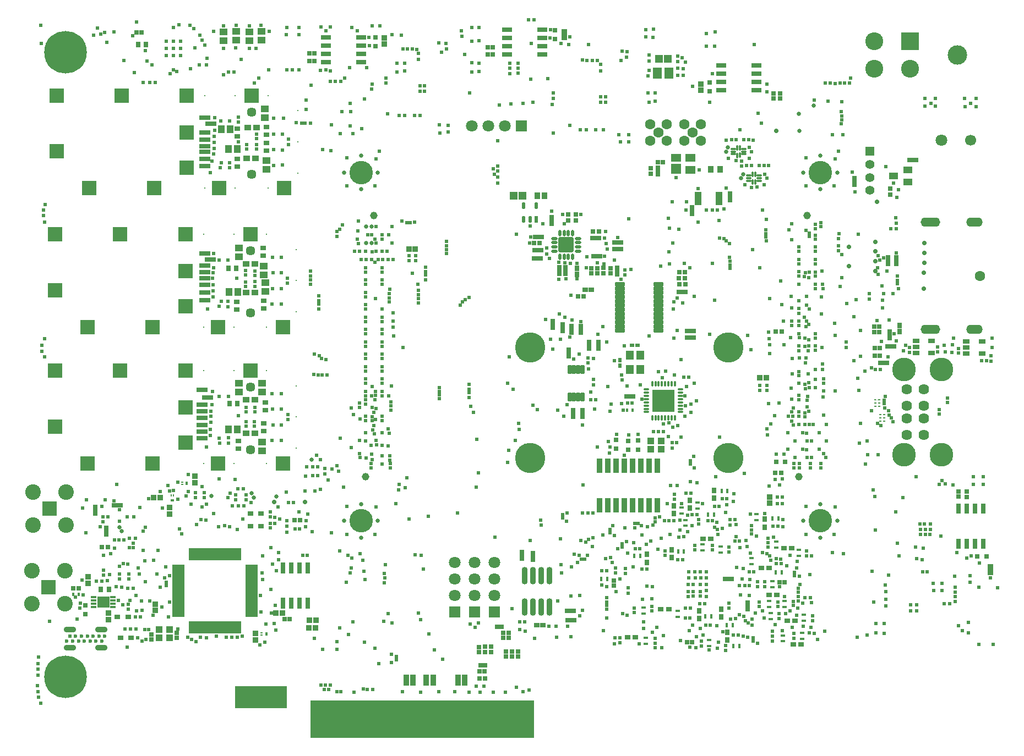
<source format=gbr>
G04*
G04 #@! TF.GenerationSoftware,Altium Limited,Altium Designer,23.7.1 (13)*
G04*
G04 Layer_Color=16711935*
%FSLAX25Y25*%
%MOIN*%
G70*
G04*
G04 #@! TF.SameCoordinates,27D51526-8311-448D-B6E4-34D2AC34C314*
G04*
G04*
G04 #@! TF.FilePolarity,Negative*
G04*
G01*
G75*
%ADD25R,0.02123X0.01860*%
%ADD29R,0.03740X0.02756*%
%ADD30R,0.02423X0.02254*%
%ADD35R,0.01860X0.02123*%
%ADD38R,0.02016X0.02288*%
%ADD40R,0.02288X0.02016*%
%ADD41R,0.01772X0.02657*%
%ADD82R,0.02204X0.02382*%
%ADD95R,0.02911X0.02648*%
%ADD101R,0.02756X0.02756*%
%ADD119R,0.02029X0.01860*%
%ADD121C,0.02362*%
%ADD125R,0.31496X0.13583*%
%ADD126R,1.35433X0.23032*%
%ADD127R,0.03359X0.03162*%
%ADD129R,0.02572X0.02572*%
%ADD132R,0.02572X0.02572*%
%ADD135R,0.03556X0.04343*%
%ADD136R,0.06312X0.06312*%
%ADD137R,0.06312X0.04737*%
%ADD138R,0.03162X0.03359*%
%ADD139R,0.03556X0.03359*%
%ADD140R,0.03162X0.03458*%
%ADD141R,0.02965X0.02769*%
%ADD143R,0.02769X0.02965*%
G04:AMPARAMS|DCode=149|XSize=15.87mil|YSize=31.62mil|CornerRadius=5.97mil|HoleSize=0mil|Usage=FLASHONLY|Rotation=90.000|XOffset=0mil|YOffset=0mil|HoleType=Round|Shape=RoundedRectangle|*
%AMROUNDEDRECTD149*
21,1,0.01587,0.01968,0,0,90.0*
21,1,0.00394,0.03162,0,0,90.0*
1,1,0.01194,0.00984,0.00197*
1,1,0.01194,0.00984,-0.00197*
1,1,0.01194,-0.00984,-0.00197*
1,1,0.01194,-0.00984,0.00197*
%
%ADD149ROUNDEDRECTD149*%
G04:AMPARAMS|DCode=150|XSize=15.87mil|YSize=31.62mil|CornerRadius=5.97mil|HoleSize=0mil|Usage=FLASHONLY|Rotation=180.000|XOffset=0mil|YOffset=0mil|HoleType=Round|Shape=RoundedRectangle|*
%AMROUNDEDRECTD150*
21,1,0.01587,0.01968,0,0,180.0*
21,1,0.00394,0.03162,0,0,180.0*
1,1,0.01194,-0.00197,0.00984*
1,1,0.01194,0.00197,0.00984*
1,1,0.01194,0.00197,-0.00984*
1,1,0.01194,-0.00197,-0.00984*
%
%ADD150ROUNDEDRECTD150*%
%ADD153R,0.03359X0.03359*%
%ADD154R,0.03359X0.03359*%
%ADD155R,0.03556X0.03753*%
G04:AMPARAMS|DCode=164|XSize=15.87mil|YSize=35.56mil|CornerRadius=5.97mil|HoleSize=0mil|Usage=FLASHONLY|Rotation=180.000|XOffset=0mil|YOffset=0mil|HoleType=Round|Shape=RoundedRectangle|*
%AMROUNDEDRECTD164*
21,1,0.01587,0.02362,0,0,180.0*
21,1,0.00394,0.03556,0,0,180.0*
1,1,0.01194,-0.00197,0.01181*
1,1,0.01194,0.00197,0.01181*
1,1,0.01194,0.00197,-0.01181*
1,1,0.01194,-0.00197,-0.01181*
%
%ADD164ROUNDEDRECTD164*%
%ADD171R,0.03600X0.17300*%
%ADD172R,0.03600X0.13400*%
%ADD173R,0.04934X0.05131*%
%ADD183R,0.02965X0.02965*%
%ADD184C,0.07099*%
%ADD185R,0.07099X0.07099*%
%ADD186R,0.08674X0.08674*%
%ADD187C,0.00800*%
%ADD188C,0.14186*%
%ADD189C,0.05721*%
%ADD190C,0.10827*%
%ADD191R,0.10827X0.10827*%
%ADD192C,0.11800*%
%ADD193R,0.05472X0.05472*%
%ADD194C,0.05472*%
%ADD195R,0.02362X0.02362*%
G04:AMPARAMS|DCode=196|XSize=35.43mil|YSize=74.8mil|CornerRadius=17.72mil|HoleSize=0mil|Usage=FLASHONLY|Rotation=270.000|XOffset=0mil|YOffset=0mil|HoleType=Round|Shape=RoundedRectangle|*
%AMROUNDEDRECTD196*
21,1,0.03543,0.03937,0,0,270.0*
21,1,0.00000,0.07480,0,0,270.0*
1,1,0.03543,-0.01968,0.00000*
1,1,0.03543,-0.01968,0.00000*
1,1,0.03543,0.01968,0.00000*
1,1,0.03543,0.01968,0.00000*
%
%ADD196ROUNDEDRECTD196*%
%ADD197C,0.18300*%
%ADD198C,0.04540*%
%ADD199C,0.06312*%
%ADD200O,0.11824X0.05524*%
%ADD201O,0.09855X0.05524*%
%ADD202C,0.14383*%
%ADD203C,0.06391*%
%ADD204R,0.07099X0.07099*%
%ADD205C,0.25800*%
%ADD206C,0.06300*%
%ADD207C,0.07087*%
%ADD208C,0.06693*%
%ADD209C,0.09461*%
%ADD210R,0.08674X0.08674*%
%ADD211C,0.02400*%
%ADD212C,0.02769*%
%ADD213C,0.02600*%
%ADD214C,0.02800*%
%ADD265R,0.02657X0.01772*%
%ADD276R,0.01772X0.00787*%
%ADD277R,0.01772X0.02165*%
%ADD284R,0.02165X0.01772*%
%ADD285R,0.00787X0.01772*%
%ADD286R,0.05512X0.03937*%
%ADD287R,0.01575X0.01968*%
%ADD288R,0.02985X0.03197*%
%ADD291R,0.04331X0.03937*%
%ADD294R,0.03543X0.02953*%
%ADD296R,0.02953X0.03543*%
%ADD298R,0.02254X0.02423*%
%ADD299R,0.02756X0.02756*%
%ADD300R,0.04355X0.03773*%
G04:AMPARAMS|DCode=302|XSize=40.88mil|YSize=20.95mil|CornerRadius=10.48mil|HoleSize=0mil|Usage=FLASHONLY|Rotation=90.000|XOffset=0mil|YOffset=0mil|HoleType=Round|Shape=RoundedRectangle|*
%AMROUNDEDRECTD302*
21,1,0.04088,0.00000,0,0,90.0*
21,1,0.01993,0.02095,0,0,90.0*
1,1,0.02095,0.00000,0.00996*
1,1,0.02095,0.00000,-0.00996*
1,1,0.02095,0.00000,-0.00996*
1,1,0.02095,0.00000,0.00996*
%
%ADD302ROUNDEDRECTD302*%
%ADD303R,0.02095X0.04088*%
%ADD310R,0.02681X0.02410*%
%ADD311R,0.02410X0.02681*%
%ADD312R,0.04724X0.05512*%
%ADD313R,0.02047X0.02047*%
%ADD314R,0.02047X0.02047*%
G04:AMPARAMS|DCode=315|XSize=61.02mil|YSize=23.62mil|CornerRadius=2.01mil|HoleSize=0mil|Usage=FLASHONLY|Rotation=270.000|XOffset=0mil|YOffset=0mil|HoleType=Round|Shape=RoundedRectangle|*
%AMROUNDEDRECTD315*
21,1,0.06102,0.01961,0,0,270.0*
21,1,0.05701,0.02362,0,0,270.0*
1,1,0.00402,-0.00980,-0.02850*
1,1,0.00402,-0.00980,0.02850*
1,1,0.00402,0.00980,0.02850*
1,1,0.00402,0.00980,-0.02850*
%
%ADD315ROUNDEDRECTD315*%
G04:AMPARAMS|DCode=317|XSize=61.02mil|YSize=23.62mil|CornerRadius=2.01mil|HoleSize=0mil|Usage=FLASHONLY|Rotation=0.000|XOffset=0mil|YOffset=0mil|HoleType=Round|Shape=RoundedRectangle|*
%AMROUNDEDRECTD317*
21,1,0.06102,0.01961,0,0,0.0*
21,1,0.05701,0.02362,0,0,0.0*
1,1,0.00402,0.02850,-0.00980*
1,1,0.00402,-0.02850,-0.00980*
1,1,0.00402,-0.02850,0.00980*
1,1,0.00402,0.02850,0.00980*
%
%ADD317ROUNDEDRECTD317*%
%ADD319R,0.03359X0.03556*%
%ADD320O,0.03556X0.10642*%
%ADD321R,0.03084X0.02926*%
%ADD322R,0.03458X0.03162*%
%ADD323R,0.02965X0.02965*%
%ADD324R,0.13543X0.13543*%
%ADD325O,0.03268X0.01654*%
%ADD326O,0.01654X0.03268*%
%ADD327R,0.03400X0.08800*%
G04:AMPARAMS|DCode=328|XSize=25.72mil|YSize=63.12mil|CornerRadius=5.95mil|HoleSize=0mil|Usage=FLASHONLY|Rotation=90.000|XOffset=0mil|YOffset=0mil|HoleType=Round|Shape=RoundedRectangle|*
%AMROUNDEDRECTD328*
21,1,0.02572,0.05122,0,0,90.0*
21,1,0.01382,0.06312,0,0,90.0*
1,1,0.01190,0.02561,0.00691*
1,1,0.01190,0.02561,-0.00691*
1,1,0.01190,-0.02561,-0.00691*
1,1,0.01190,-0.02561,0.00691*
%
%ADD328ROUNDEDRECTD328*%
%ADD329R,0.07296X0.01981*%
%ADD330R,0.01981X0.07296*%
G04:AMPARAMS|DCode=331|XSize=25.72mil|YSize=53.28mil|CornerRadius=5.95mil|HoleSize=0mil|Usage=FLASHONLY|Rotation=0.000|XOffset=0mil|YOffset=0mil|HoleType=Round|Shape=RoundedRectangle|*
%AMROUNDEDRECTD331*
21,1,0.02572,0.04138,0,0,0.0*
21,1,0.01382,0.05328,0,0,0.0*
1,1,0.01190,0.00691,-0.02069*
1,1,0.01190,-0.00691,-0.02069*
1,1,0.01190,-0.00691,0.02069*
1,1,0.01190,0.00691,0.02069*
%
%ADD331ROUNDEDRECTD331*%
%ADD332R,0.03950X0.02965*%
%ADD333R,0.04737X0.04343*%
%ADD334R,0.03162X0.06902*%
%ADD335R,0.02769X0.02808*%
%ADD336R,0.02847X0.03005*%
%ADD337R,0.03556X0.01784*%
%ADD338R,0.07493X0.07099*%
%ADD339R,0.04343X0.04737*%
%ADD340R,0.04147X0.01981*%
%ADD341R,0.03753X0.04147*%
G04:AMPARAMS|DCode=342|XSize=90.68mil|YSize=90.68mil|CornerRadius=6.07mil|HoleSize=0mil|Usage=FLASHONLY|Rotation=180.000|XOffset=0mil|YOffset=0mil|HoleType=Round|Shape=RoundedRectangle|*
%AMROUNDEDRECTD342*
21,1,0.09068,0.07854,0,0,180.0*
21,1,0.07854,0.09068,0,0,180.0*
1,1,0.01213,-0.03927,0.03927*
1,1,0.01213,0.03927,0.03927*
1,1,0.01213,0.03927,-0.03927*
1,1,0.01213,-0.03927,-0.03927*
%
%ADD342ROUNDEDRECTD342*%
G04:AMPARAMS|DCode=343|XSize=19.81mil|YSize=37.53mil|CornerRadius=5.95mil|HoleSize=0mil|Usage=FLASHONLY|Rotation=180.000|XOffset=0mil|YOffset=0mil|HoleType=Round|Shape=RoundedRectangle|*
%AMROUNDEDRECTD343*
21,1,0.01981,0.02563,0,0,180.0*
21,1,0.00791,0.03753,0,0,180.0*
1,1,0.01190,-0.00396,0.01282*
1,1,0.01190,0.00396,0.01282*
1,1,0.01190,0.00396,-0.01282*
1,1,0.01190,-0.00396,-0.01282*
%
%ADD343ROUNDEDRECTD343*%
G04:AMPARAMS|DCode=344|XSize=19.81mil|YSize=37.53mil|CornerRadius=5.95mil|HoleSize=0mil|Usage=FLASHONLY|Rotation=90.000|XOffset=0mil|YOffset=0mil|HoleType=Round|Shape=RoundedRectangle|*
%AMROUNDEDRECTD344*
21,1,0.01981,0.02563,0,0,90.0*
21,1,0.00791,0.03753,0,0,90.0*
1,1,0.01190,0.01282,0.00396*
1,1,0.01190,0.01282,-0.00396*
1,1,0.01190,-0.01282,-0.00396*
1,1,0.01190,-0.01282,0.00396*
%
%ADD344ROUNDEDRECTD344*%
%ADD345R,0.04540X0.03950*%
%ADD346R,0.03320X0.03477*%
%ADD347R,0.05328X0.06509*%
G36*
X496328Y-219178D02*
X496383Y-219234D01*
X496413Y-219306D01*
Y-219345D01*
Y-219739D01*
Y-219778D01*
X496383Y-219850D01*
X496328Y-219906D01*
X496255Y-219936D01*
X495193D01*
X495120Y-219906D01*
X495065Y-219850D01*
X495035Y-219778D01*
Y-219739D01*
Y-219345D01*
Y-219306D01*
X495065Y-219234D01*
X495120Y-219178D01*
X495193Y-219148D01*
X496255D01*
X496328Y-219178D01*
D02*
G37*
G36*
X493965D02*
X494021Y-219234D01*
X494051Y-219306D01*
Y-219345D01*
Y-219739D01*
Y-219778D01*
X494021Y-219850D01*
X493965Y-219906D01*
X493893Y-219936D01*
X493027D01*
X492955Y-219906D01*
X492900Y-219850D01*
X492870Y-219778D01*
Y-219739D01*
Y-219345D01*
Y-219306D01*
X492900Y-219234D01*
X492955Y-219178D01*
X493027Y-219148D01*
X493893D01*
X493965Y-219178D01*
D02*
G37*
G36*
X496328Y-221147D02*
X496383Y-221202D01*
X496413Y-221274D01*
Y-221314D01*
Y-221707D01*
Y-221746D01*
X496383Y-221819D01*
X496328Y-221874D01*
X496255Y-221904D01*
X495390D01*
X495317Y-221874D01*
X495262Y-221819D01*
X495232Y-221746D01*
Y-221707D01*
Y-221314D01*
Y-221274D01*
X495262Y-221202D01*
X495317Y-221147D01*
X495390Y-221117D01*
X496255D01*
X496328Y-221147D01*
D02*
G37*
G36*
X493965D02*
X494021Y-221202D01*
X494051Y-221274D01*
Y-221314D01*
Y-221707D01*
Y-221746D01*
X494021Y-221819D01*
X493965Y-221874D01*
X493893Y-221904D01*
X493027D01*
X492955Y-221874D01*
X492900Y-221819D01*
X492870Y-221746D01*
Y-221707D01*
Y-221314D01*
Y-221274D01*
X492900Y-221202D01*
X492955Y-221147D01*
X493027Y-221117D01*
X493893D01*
X493965Y-221147D01*
D02*
G37*
G36*
X496328Y-223115D02*
X496383Y-223171D01*
X496413Y-223243D01*
Y-223282D01*
Y-223676D01*
Y-223715D01*
X496383Y-223787D01*
X496328Y-223843D01*
X496255Y-223873D01*
X495390D01*
X495317Y-223843D01*
X495262Y-223787D01*
X495232Y-223715D01*
Y-223676D01*
Y-223282D01*
Y-223243D01*
X495262Y-223171D01*
X495317Y-223115D01*
X495390Y-223085D01*
X496255D01*
X496328Y-223115D01*
D02*
G37*
G36*
X493965D02*
X494021Y-223171D01*
X494051Y-223243D01*
Y-223282D01*
Y-223676D01*
Y-223715D01*
X494021Y-223787D01*
X493965Y-223843D01*
X493893Y-223873D01*
X493027D01*
X492955Y-223843D01*
X492900Y-223787D01*
X492870Y-223715D01*
Y-223676D01*
Y-223282D01*
Y-223243D01*
X492900Y-223171D01*
X492955Y-223115D01*
X493027Y-223085D01*
X493893D01*
X493965Y-223115D01*
D02*
G37*
G36*
X493255Y-210225D02*
X493310Y-210280D01*
X493340Y-210352D01*
Y-210391D01*
Y-210785D01*
Y-210824D01*
X493310Y-210897D01*
X493255Y-210952D01*
X493183Y-210982D01*
X492120D01*
X492048Y-210952D01*
X491993Y-210897D01*
X491962Y-210824D01*
Y-210785D01*
Y-210391D01*
Y-210352D01*
X491993Y-210280D01*
X492048Y-210225D01*
X492120Y-210194D01*
X493183D01*
X493255Y-210225D01*
D02*
G37*
G36*
X490893D02*
X490948Y-210280D01*
X490978Y-210352D01*
Y-210391D01*
Y-210785D01*
Y-210824D01*
X490948Y-210897D01*
X490893Y-210952D01*
X490821Y-210982D01*
X489955D01*
X489883Y-210952D01*
X489827Y-210897D01*
X489797Y-210824D01*
Y-210785D01*
Y-210391D01*
Y-210352D01*
X489827Y-210280D01*
X489883Y-210225D01*
X489955Y-210194D01*
X490821D01*
X490893Y-210225D01*
D02*
G37*
G36*
X493255Y-212193D02*
X493310Y-212248D01*
X493340Y-212321D01*
Y-212360D01*
Y-212754D01*
Y-212793D01*
X493310Y-212865D01*
X493255Y-212920D01*
X493183Y-212950D01*
X492317D01*
X492245Y-212920D01*
X492189Y-212865D01*
X492159Y-212793D01*
Y-212754D01*
Y-212360D01*
Y-212321D01*
X492189Y-212248D01*
X492245Y-212193D01*
X492317Y-212163D01*
X493183D01*
X493255Y-212193D01*
D02*
G37*
G36*
X490893D02*
X490948Y-212248D01*
X490978Y-212321D01*
Y-212360D01*
Y-212754D01*
Y-212793D01*
X490948Y-212865D01*
X490893Y-212920D01*
X490821Y-212950D01*
X489955D01*
X489883Y-212920D01*
X489827Y-212865D01*
X489797Y-212793D01*
Y-212754D01*
Y-212360D01*
Y-212321D01*
X489827Y-212248D01*
X489883Y-212193D01*
X489955Y-212163D01*
X490821D01*
X490893Y-212193D01*
D02*
G37*
G36*
X493255Y-214161D02*
X493310Y-214217D01*
X493340Y-214289D01*
Y-214328D01*
Y-214722D01*
Y-214761D01*
X493310Y-214834D01*
X493255Y-214889D01*
X493183Y-214919D01*
X492317D01*
X492245Y-214889D01*
X492189Y-214834D01*
X492159Y-214761D01*
Y-214722D01*
Y-214328D01*
Y-214289D01*
X492189Y-214217D01*
X492245Y-214161D01*
X492317Y-214131D01*
X493183D01*
X493255Y-214161D01*
D02*
G37*
G36*
X490893D02*
X490948Y-214217D01*
X490978Y-214289D01*
Y-214328D01*
Y-214722D01*
Y-214761D01*
X490948Y-214834D01*
X490893Y-214889D01*
X490821Y-214919D01*
X489955D01*
X489883Y-214889D01*
X489827Y-214834D01*
X489797Y-214761D01*
Y-214722D01*
Y-214328D01*
Y-214289D01*
X489827Y-214217D01*
X489883Y-214161D01*
X489955Y-214131D01*
X490821D01*
X490893Y-214161D01*
D02*
G37*
D25*
X434045Y-273385D02*
D03*
X431159D02*
D03*
X434019Y-269416D02*
D03*
X431133D02*
D03*
X141915Y-288847D02*
D03*
X139028D02*
D03*
D29*
X111991Y-287291D02*
D03*
X118487D02*
D03*
Y-279631D02*
D03*
X111991D02*
D03*
X38032Y-342159D02*
D03*
X31536D02*
D03*
X39863Y-354991D02*
D03*
X33367D02*
D03*
D30*
X18906Y-320440D02*
D03*
X22281D02*
D03*
X39369Y-349357D02*
D03*
X35995D02*
D03*
D35*
X208202Y-126096D02*
D03*
Y-123209D02*
D03*
X212064Y-126166D02*
D03*
Y-123280D02*
D03*
X424631Y-204759D02*
D03*
Y-201873D02*
D03*
X420506Y-204857D02*
D03*
Y-201971D02*
D03*
X32836Y-316162D02*
D03*
Y-319048D02*
D03*
X38386Y-319146D02*
D03*
Y-316260D02*
D03*
D38*
X401889Y-299924D02*
D03*
Y-302802D02*
D03*
X339051Y-315700D02*
D03*
Y-312822D02*
D03*
X333010Y-315349D02*
D03*
Y-312471D02*
D03*
X344356Y-339618D02*
D03*
Y-336740D02*
D03*
X368747Y-270690D02*
D03*
Y-267812D02*
D03*
X363035Y-302107D02*
D03*
Y-304985D02*
D03*
X391718Y-298773D02*
D03*
Y-301651D02*
D03*
X381165Y-298773D02*
D03*
Y-301651D02*
D03*
X425604Y-299909D02*
D03*
Y-297031D02*
D03*
X448823Y-302165D02*
D03*
Y-305043D02*
D03*
X419198Y-320856D02*
D03*
Y-323735D02*
D03*
X423336Y-320919D02*
D03*
Y-323798D02*
D03*
X420158Y-333016D02*
D03*
Y-335894D02*
D03*
X431311Y-333016D02*
D03*
Y-335894D02*
D03*
X432074Y-343153D02*
D03*
Y-340274D02*
D03*
X452498Y-344438D02*
D03*
Y-341560D02*
D03*
X428149Y-356853D02*
D03*
Y-353974D02*
D03*
X440969Y-355032D02*
D03*
Y-352153D02*
D03*
X399669Y-359639D02*
D03*
Y-362517D02*
D03*
X385002Y-356992D02*
D03*
Y-359871D02*
D03*
X401716Y-336829D02*
D03*
Y-333951D02*
D03*
X355251Y-338672D02*
D03*
Y-335793D02*
D03*
X335938Y-354876D02*
D03*
Y-357754D02*
D03*
X357074Y-355171D02*
D03*
Y-358050D02*
D03*
X316629Y-185271D02*
D03*
Y-188149D02*
D03*
X338900Y-132012D02*
D03*
Y-134890D02*
D03*
X528165Y-178610D02*
D03*
Y-181488D02*
D03*
X540882Y-179391D02*
D03*
Y-182269D02*
D03*
X511094Y-178905D02*
D03*
Y-181783D02*
D03*
X41065Y-297396D02*
D03*
Y-300274D02*
D03*
X22748Y-284510D02*
D03*
Y-281632D02*
D03*
X109510Y-268246D02*
D03*
Y-271124D02*
D03*
X103211Y-268246D02*
D03*
Y-271124D02*
D03*
X84033Y-266868D02*
D03*
Y-269746D02*
D03*
X78718Y-266868D02*
D03*
Y-269746D02*
D03*
X38158Y-334583D02*
D03*
Y-337461D02*
D03*
X109524Y-226606D02*
D03*
Y-223728D02*
D03*
X109547Y-215100D02*
D03*
Y-217978D02*
D03*
X114469Y-226606D02*
D03*
Y-223728D02*
D03*
X114848Y-215100D02*
D03*
Y-217978D02*
D03*
X115945Y-58632D02*
D03*
Y-55754D02*
D03*
Y-49398D02*
D03*
Y-52276D02*
D03*
X114670Y-132394D02*
D03*
Y-135273D02*
D03*
X114848Y-141781D02*
D03*
Y-138903D02*
D03*
X109040Y-132134D02*
D03*
Y-135012D02*
D03*
Y-141902D02*
D03*
Y-139024D02*
D03*
X104834Y-39182D02*
D03*
Y-42060D02*
D03*
X109827Y-58632D02*
D03*
Y-55754D02*
D03*
X534252Y-212260D02*
D03*
Y-209382D02*
D03*
X529173Y-219315D02*
D03*
Y-216437D02*
D03*
D40*
X327726Y-314261D02*
D03*
X324848D02*
D03*
X278061Y-345307D02*
D03*
X275183D02*
D03*
X347927Y-300752D02*
D03*
X345049D02*
D03*
X352125Y-313248D02*
D03*
X349247D02*
D03*
X368321Y-283981D02*
D03*
X365443D02*
D03*
X370896Y-307656D02*
D03*
X373775D02*
D03*
X382454Y-280340D02*
D03*
X379576D02*
D03*
X378701Y-267264D02*
D03*
X375823D02*
D03*
X392985Y-275324D02*
D03*
X395864D02*
D03*
X397682Y-270454D02*
D03*
X400560D02*
D03*
X408211Y-296223D02*
D03*
X405333D02*
D03*
X428427Y-287222D02*
D03*
X431306D02*
D03*
X416959Y-314918D02*
D03*
X414081D02*
D03*
X430439Y-310000D02*
D03*
X433317D02*
D03*
X414193Y-323079D02*
D03*
X411315D02*
D03*
X404529Y-353241D02*
D03*
X407407D02*
D03*
X387739Y-347319D02*
D03*
X390618D02*
D03*
X384252Y-334147D02*
D03*
X387130D02*
D03*
X375527Y-336756D02*
D03*
X378406D02*
D03*
X375395Y-342722D02*
D03*
X378274D02*
D03*
X321018Y-210585D02*
D03*
X318140D02*
D03*
X146593Y-304870D02*
D03*
X143715D02*
D03*
X557833Y-186806D02*
D03*
X554955D02*
D03*
X35331Y-295474D02*
D03*
X32453D02*
D03*
X135153Y-272729D02*
D03*
X138031D02*
D03*
X149876Y-251301D02*
D03*
X152754D02*
D03*
X149876Y-256615D02*
D03*
X152754D02*
D03*
X406262Y-53007D02*
D03*
X403384D02*
D03*
X410962D02*
D03*
X413841D02*
D03*
X420209Y-68583D02*
D03*
X423087D02*
D03*
X415308D02*
D03*
X412430D02*
D03*
X394772Y-95374D02*
D03*
X391893D02*
D03*
X343213Y-212680D02*
D03*
X340335D02*
D03*
D41*
X328165Y-319044D02*
D03*
X324523D02*
D03*
X348165Y-305187D02*
D03*
X344523D02*
D03*
X370978Y-302524D02*
D03*
X374620D02*
D03*
X392870Y-280198D02*
D03*
X389228D02*
D03*
X397300Y-265717D02*
D03*
X400942D02*
D03*
X428187Y-282426D02*
D03*
X431828D02*
D03*
X430254Y-315019D02*
D03*
X433895D02*
D03*
X404443Y-359750D02*
D03*
X408084D02*
D03*
X400555Y-347080D02*
D03*
X404196D02*
D03*
X387407Y-341828D02*
D03*
X391049D02*
D03*
D82*
X124092Y-285349D02*
D03*
Y-288321D02*
D03*
Y-281527D02*
D03*
Y-278556D02*
D03*
D95*
X433665Y-169315D02*
D03*
X429991D02*
D03*
X433530Y-254897D02*
D03*
X429856D02*
D03*
D101*
X12277Y-340634D02*
D03*
Y-335122D02*
D03*
X333465Y-234834D02*
D03*
Y-240346D02*
D03*
X346695Y-240838D02*
D03*
Y-235326D02*
D03*
X340825Y-240897D02*
D03*
Y-235385D02*
D03*
X296556Y13637D02*
D03*
Y8125D02*
D03*
X187959Y9314D02*
D03*
Y3802D02*
D03*
X390190Y-18016D02*
D03*
Y-23528D02*
D03*
D119*
X45310Y-342159D02*
D03*
X42329D02*
D03*
D121*
X896Y-356916D02*
D03*
X4439D02*
D03*
X6211Y-353845D02*
D03*
X7982Y-356916D02*
D03*
X9754Y-353845D02*
D03*
X11526Y-356916D02*
D03*
X13297Y-353845D02*
D03*
X15069Y-356916D02*
D03*
X16841Y-353845D02*
D03*
X18612Y-356916D02*
D03*
X20384Y-353845D02*
D03*
X22155Y-356916D02*
D03*
X23927Y-353845D02*
D03*
D125*
X118504Y-390698D02*
D03*
D126*
X216142Y-404084D02*
D03*
D127*
X399939Y-319114D02*
D03*
X403285D02*
D03*
X304391Y-344299D02*
D03*
X307737D02*
D03*
X303997Y-338372D02*
D03*
X307343D02*
D03*
X288966Y-347036D02*
D03*
X285619D02*
D03*
X318302Y-143744D02*
D03*
X314956D02*
D03*
X371883Y-145076D02*
D03*
X375229D02*
D03*
X376713Y-168763D02*
D03*
X380060D02*
D03*
X376713Y-172725D02*
D03*
X380060D02*
D03*
X498253Y-178066D02*
D03*
X501599D02*
D03*
X493655Y-188218D02*
D03*
X497001D02*
D03*
X86003Y-136757D02*
D03*
X82657D02*
D03*
X80964Y-225723D02*
D03*
X84311D02*
D03*
X511412Y-65285D02*
D03*
X514759D02*
D03*
X29824Y-274659D02*
D03*
X33170D02*
D03*
X82657Y-129202D02*
D03*
X86003D02*
D03*
X82657Y-121927D02*
D03*
X86003D02*
D03*
X86212Y-125519D02*
D03*
X89559D02*
D03*
X82657Y-145634D02*
D03*
X86003D02*
D03*
X82657Y-150133D02*
D03*
X86003D02*
D03*
Y-140857D02*
D03*
X82657D02*
D03*
Y-133134D02*
D03*
X86003D02*
D03*
X84311Y-217514D02*
D03*
X80964D02*
D03*
X84311Y-204503D02*
D03*
X80964D02*
D03*
X84311Y-229794D02*
D03*
X80964D02*
D03*
X84311Y-233970D02*
D03*
X80964D02*
D03*
X84502Y-209039D02*
D03*
X87849D02*
D03*
X84311Y-213416D02*
D03*
X80964D02*
D03*
X84311Y-221638D02*
D03*
X80964D02*
D03*
X82775Y-68927D02*
D03*
X86122D02*
D03*
X82775Y-56722D02*
D03*
X86122D02*
D03*
X89743Y-43327D02*
D03*
X86397D02*
D03*
X82775Y-64451D02*
D03*
X86122D02*
D03*
X86122Y-60088D02*
D03*
X82776D02*
D03*
X82775Y-39508D02*
D03*
X86122D02*
D03*
X82776Y-52734D02*
D03*
X86122D02*
D03*
Y-48559D02*
D03*
X82776D02*
D03*
X284113Y-124801D02*
D03*
X287460D02*
D03*
X284507Y-120007D02*
D03*
X287854D02*
D03*
X323444Y-123420D02*
D03*
X320098D02*
D03*
X336295Y-115256D02*
D03*
X332948D02*
D03*
X336295Y-119079D02*
D03*
X332948D02*
D03*
X284901Y-111806D02*
D03*
X288247D02*
D03*
X322925Y-112402D02*
D03*
X319579D02*
D03*
X343447Y-208380D02*
D03*
X340100D02*
D03*
D129*
X250855Y-379480D02*
D03*
X254004D02*
D03*
X250814Y-375323D02*
D03*
X253963D02*
D03*
X361915Y-66369D02*
D03*
X358766D02*
D03*
X489994Y-183950D02*
D03*
X493144D02*
D03*
X490122Y-179079D02*
D03*
X493272D02*
D03*
X489809Y-169626D02*
D03*
X492959D02*
D03*
X489752Y-166173D02*
D03*
X492902D02*
D03*
X8113Y-324758D02*
D03*
X4963D02*
D03*
X46270Y12267D02*
D03*
X43121D02*
D03*
X255706Y-1115D02*
D03*
X258856D02*
D03*
X255706Y3007D02*
D03*
X258856D02*
D03*
X150898Y-673D02*
D03*
X147749D02*
D03*
Y-5185D02*
D03*
X150898D02*
D03*
D132*
X274048Y-366340D02*
D03*
Y-363190D02*
D03*
X257923Y-363494D02*
D03*
Y-360344D02*
D03*
X268610Y-354865D02*
D03*
Y-351716D02*
D03*
X270478Y-366340D02*
D03*
Y-363190D02*
D03*
X254258Y-363485D02*
D03*
Y-360336D02*
D03*
X265245Y-354964D02*
D03*
Y-351814D02*
D03*
X329999Y-133985D02*
D03*
Y-130835D02*
D03*
X318466Y-133858D02*
D03*
Y-130709D02*
D03*
X325911Y-133827D02*
D03*
Y-130677D02*
D03*
X322165Y-133985D02*
D03*
Y-130835D02*
D03*
X545882Y-269390D02*
D03*
Y-266241D02*
D03*
X540882Y-266079D02*
D03*
Y-269229D02*
D03*
X432763Y-27946D02*
D03*
Y-24797D02*
D03*
X428885Y-27946D02*
D03*
Y-24797D02*
D03*
D135*
X396358Y-70844D02*
D03*
X390846D02*
D03*
D136*
X369882Y-70498D02*
D03*
D137*
Y-63805D02*
D03*
X378543D02*
D03*
Y-71285D02*
D03*
D138*
X413236Y-333746D02*
D03*
Y-337092D02*
D03*
X276622Y-303248D02*
D03*
Y-306594D02*
D03*
X283000Y-307327D02*
D03*
Y-303980D02*
D03*
X358766Y-73628D02*
D03*
Y-70281D02*
D03*
X295187Y-163131D02*
D03*
Y-166478D02*
D03*
X301230Y-165297D02*
D03*
Y-168643D02*
D03*
X306563Y-166084D02*
D03*
Y-169431D02*
D03*
X334228Y-134083D02*
D03*
Y-130737D02*
D03*
X307492Y-220530D02*
D03*
Y-217184D02*
D03*
X313093Y-220530D02*
D03*
Y-217184D02*
D03*
X304933Y-183765D02*
D03*
Y-180418D02*
D03*
X322837Y-175875D02*
D03*
Y-179222D02*
D03*
X316984Y-175875D02*
D03*
Y-179222D02*
D03*
X312174Y-166272D02*
D03*
Y-169618D02*
D03*
X505158Y-165677D02*
D03*
Y-169024D02*
D03*
X498983Y-169403D02*
D03*
Y-172749D02*
D03*
X477662Y-79858D02*
D03*
Y-76512D02*
D03*
X18069Y-275732D02*
D03*
Y-279078D02*
D03*
X24903Y-291989D02*
D03*
Y-288642D02*
D03*
X379331Y-94094D02*
D03*
Y-97441D02*
D03*
X402461Y-89164D02*
D03*
Y-85818D02*
D03*
X302944Y-133957D02*
D03*
Y-130610D02*
D03*
X299023Y-133957D02*
D03*
Y-130610D02*
D03*
X309715Y-134350D02*
D03*
Y-131004D02*
D03*
X294385Y-100098D02*
D03*
Y-103445D02*
D03*
X498220Y-127771D02*
D03*
Y-124425D02*
D03*
X503177Y-127876D02*
D03*
Y-124530D02*
D03*
D139*
X208116Y-119133D02*
D03*
X211856D02*
D03*
X424325Y-197226D02*
D03*
X420585D02*
D03*
D140*
X400707Y-356266D02*
D03*
Y-351542D02*
D03*
X392807Y-270158D02*
D03*
Y-265434D02*
D03*
X423538Y-287720D02*
D03*
Y-282996D02*
D03*
X383821Y-343142D02*
D03*
Y-338418D02*
D03*
X377993Y-276207D02*
D03*
Y-271483D02*
D03*
X397131Y-342154D02*
D03*
Y-337430D02*
D03*
X367169Y-301526D02*
D03*
Y-306250D02*
D03*
X352169Y-304325D02*
D03*
Y-309049D02*
D03*
X368547Y-279636D02*
D03*
Y-274912D02*
D03*
D141*
X264294Y-348020D02*
D03*
X261341D02*
D03*
X254259Y-371516D02*
D03*
X251306D02*
D03*
X432509Y-321227D02*
D03*
X435462D02*
D03*
X135728Y-343537D02*
D03*
X132776D02*
D03*
D143*
X266660Y-363288D02*
D03*
Y-366241D02*
D03*
X250590Y-360434D02*
D03*
Y-363387D02*
D03*
X332025Y-320127D02*
D03*
Y-323079D02*
D03*
D149*
X420079Y-77792D02*
D03*
Y-76217D02*
D03*
Y-74642D02*
D03*
X413779Y-77792D02*
D03*
Y-76217D02*
D03*
Y-74642D02*
D03*
X410859Y-61628D02*
D03*
Y-60053D02*
D03*
Y-58478D02*
D03*
X404560Y-61628D02*
D03*
Y-60053D02*
D03*
Y-58478D02*
D03*
D150*
X417717Y-73855D02*
D03*
X416142Y-78579D02*
D03*
Y-73855D02*
D03*
X408497Y-57691D02*
D03*
X406922Y-62415D02*
D03*
Y-57691D02*
D03*
D153*
X115238Y-356249D02*
D03*
Y-352312D02*
D03*
X78325Y-256813D02*
D03*
Y-260750D02*
D03*
X63187Y-279767D02*
D03*
Y-275830D02*
D03*
X26084Y-343947D02*
D03*
Y-340010D02*
D03*
X13704Y-317933D02*
D03*
Y-321870D02*
D03*
D154*
X53622Y-269685D02*
D03*
X57559D02*
D03*
X131481Y-339787D02*
D03*
X127544D02*
D03*
X147813Y-344260D02*
D03*
X151750D02*
D03*
X151498Y-348952D02*
D03*
X147561D02*
D03*
D155*
X54478Y-334467D02*
D03*
Y-338208D02*
D03*
D164*
X417717Y-78382D02*
D03*
X408497Y-62218D02*
D03*
D171*
X162992Y-401427D02*
D03*
X225984D02*
D03*
X233858D02*
D03*
X261417D02*
D03*
X277165D02*
D03*
X245669D02*
D03*
X265354D02*
D03*
X249606D02*
D03*
X202362D02*
D03*
X214173D02*
D03*
X229921D02*
D03*
X178740D02*
D03*
X174803D02*
D03*
X170866D02*
D03*
X166929D02*
D03*
X190551D02*
D03*
X206299D02*
D03*
X210236D02*
D03*
X218110D02*
D03*
X222047D02*
D03*
X253543D02*
D03*
X237795D02*
D03*
X257480D02*
D03*
X269291D02*
D03*
X273228D02*
D03*
X241732D02*
D03*
X182677D02*
D03*
X186614D02*
D03*
X155118D02*
D03*
X159055D02*
D03*
X281102D02*
D03*
D172*
X151181Y-399477D02*
D03*
D173*
X276832Y-86846D02*
D03*
X271320D02*
D03*
X364939Y-3936D02*
D03*
X359427D02*
D03*
D183*
X310300Y-147748D02*
D03*
X313843D02*
D03*
X375086Y-136806D02*
D03*
X371543D02*
D03*
X375286Y-133099D02*
D03*
X371743D02*
D03*
X375418Y-140494D02*
D03*
X371875D02*
D03*
X22155Y-299918D02*
D03*
X25699D02*
D03*
X319480Y-108605D02*
D03*
X323024D02*
D03*
X287263Y-115556D02*
D03*
X283720D02*
D03*
D184*
X247881Y-309138D02*
D03*
Y-319138D02*
D03*
Y-329138D02*
D03*
X235881Y-309080D02*
D03*
Y-319079D02*
D03*
Y-329080D02*
D03*
X259807Y-309138D02*
D03*
Y-319138D02*
D03*
Y-329138D02*
D03*
X246049Y-44625D02*
D03*
X256049D02*
D03*
X266049D02*
D03*
D185*
X247881Y-339138D02*
D03*
X235881Y-339079D02*
D03*
X259807Y-339138D02*
D03*
D186*
X13583Y-166349D02*
D03*
X-6102Y-144026D02*
D03*
Y-110246D02*
D03*
X33268D02*
D03*
X52953Y-166349D02*
D03*
X72638Y-110246D02*
D03*
Y-132608D02*
D03*
Y-153868D02*
D03*
X92323Y-166349D02*
D03*
X112008Y-110246D02*
D03*
X131693Y-166349D02*
D03*
X14370Y-82215D02*
D03*
X-5315Y-59892D02*
D03*
Y-26112D02*
D03*
X34055D02*
D03*
X53740Y-82215D02*
D03*
X73425Y-26112D02*
D03*
Y-48474D02*
D03*
Y-69734D02*
D03*
X93110Y-82215D02*
D03*
X112795Y-26112D02*
D03*
X132480Y-82215D02*
D03*
X13583Y-249050D02*
D03*
X-6102Y-226727D02*
D03*
Y-192948D02*
D03*
X33268D02*
D03*
X52953Y-249050D02*
D03*
X72638Y-192948D02*
D03*
Y-215310D02*
D03*
Y-236570D02*
D03*
X92323Y-249050D02*
D03*
X112008Y-192948D02*
D03*
X131693Y-249050D02*
D03*
D187*
X83661Y-166368D02*
D03*
Y-110227D02*
D03*
X102165Y-166368D02*
D03*
Y-110227D02*
D03*
X121850D02*
D03*
Y-166368D02*
D03*
X139961Y-119400D02*
D03*
Y-138297D02*
D03*
Y-157195D02*
D03*
X84449Y-82234D02*
D03*
Y-26092D02*
D03*
X102953Y-82234D02*
D03*
Y-26092D02*
D03*
X122638D02*
D03*
Y-82234D02*
D03*
X140748Y-35266D02*
D03*
Y-54163D02*
D03*
Y-73061D02*
D03*
X83661Y-249070D02*
D03*
Y-192928D02*
D03*
X102165Y-249070D02*
D03*
Y-192928D02*
D03*
X121850D02*
D03*
Y-249070D02*
D03*
X139961Y-202101D02*
D03*
Y-220999D02*
D03*
Y-239897D02*
D03*
D188*
X457114Y-72760D02*
D03*
X178964Y-283981D02*
D03*
X457114D02*
D03*
X178964Y-72760D02*
D03*
D189*
X112008Y-120187D02*
D03*
Y-157983D02*
D03*
Y-202889D02*
D03*
Y-240684D02*
D03*
X112795Y-36053D02*
D03*
Y-73848D02*
D03*
D190*
X489757Y-9825D02*
D03*
Y6675D02*
D03*
X511457Y-9825D02*
D03*
D191*
Y6675D02*
D03*
D192*
X540158Y-1575D02*
D03*
D193*
X487112Y-59943D02*
D03*
D194*
Y-67817D02*
D03*
Y-75691D02*
D03*
Y-83565D02*
D03*
D195*
X2667Y-353845D02*
D03*
D196*
X2864Y-361010D02*
D03*
Y-349750D02*
D03*
X21762Y-361010D02*
D03*
Y-349750D02*
D03*
D197*
X281366Y-245753D02*
D03*
X281366Y-178784D02*
D03*
X401562Y-245753D02*
D03*
X401562Y-178784D02*
D03*
D198*
X449165Y-98784D02*
D03*
X444165Y-257327D02*
D03*
X186913Y-98784D02*
D03*
X181913Y-257327D02*
D03*
D199*
X553898Y-135356D02*
D03*
D200*
X523661Y-167836D02*
D03*
Y-102875D02*
D03*
D201*
X550354Y-167836D02*
D03*
Y-102875D02*
D03*
D202*
X530308Y-243937D02*
D03*
Y-192205D02*
D03*
X507946D02*
D03*
Y-243937D02*
D03*
D203*
X519639Y-231850D02*
D03*
Y-204291D02*
D03*
Y-222008D02*
D03*
Y-214134D02*
D03*
X509324Y-222008D02*
D03*
Y-214134D02*
D03*
Y-204291D02*
D03*
Y-231850D02*
D03*
D204*
X276049Y-44625D02*
D03*
D205*
X0Y0D02*
D03*
X0Y-378395D02*
D03*
D206*
X359022Y-48582D02*
D03*
X354023Y-43582D02*
D03*
Y-53582D02*
D03*
X364022D02*
D03*
Y-43582D02*
D03*
X379898Y-48591D02*
D03*
X374898Y-43591D02*
D03*
Y-53591D02*
D03*
X384898D02*
D03*
Y-43591D02*
D03*
D207*
X530315Y-53150D02*
D03*
D208*
X548032D02*
D03*
D209*
X-20039Y-314096D02*
D03*
X-39D02*
D03*
Y-334096D02*
D03*
X-20039D02*
D03*
X-19449Y-286455D02*
D03*
X551D02*
D03*
Y-266455D02*
D03*
X-19449D02*
D03*
D210*
X-10039Y-324096D02*
D03*
X-9449Y-276454D02*
D03*
D211*
X208856Y-103124D02*
D03*
X206756D02*
D03*
X166102Y-107019D02*
D03*
X164618Y-108504D02*
D03*
X188195Y-120556D02*
D03*
X191851D02*
D03*
X145183Y-42743D02*
D03*
X143083D02*
D03*
X181975Y-125556D02*
D03*
X185630D02*
D03*
X195630D02*
D03*
X148437Y-135654D02*
D03*
X191975Y-125556D02*
D03*
X148437Y-137754D02*
D03*
X-16778Y-383829D02*
D03*
X-16690Y-373766D02*
D03*
X-16602Y-370421D02*
D03*
X-16583Y-387396D02*
D03*
X-16426Y-377580D02*
D03*
X-16074Y-390871D02*
D03*
Y-366666D02*
D03*
X-14754Y-394568D02*
D03*
X153644Y-183874D02*
D03*
X155129Y-185359D02*
D03*
X157841Y-186310D02*
D03*
X150930Y-182937D02*
D03*
X155384Y-195525D02*
D03*
X153284D02*
D03*
X150560Y-195113D02*
D03*
X158327Y-195621D02*
D03*
X361232Y-360702D02*
D03*
X340156Y-341138D02*
D03*
X337376Y-340101D02*
D03*
X372888Y-186203D02*
D03*
X311033Y-304734D02*
D03*
X308051Y-304248D02*
D03*
X389142Y-283819D02*
D03*
X383516Y-283294D02*
D03*
X391934Y-283869D02*
D03*
X417921Y-339959D02*
D03*
X314502Y-307089D02*
D03*
X218295Y-134914D02*
D03*
X312402Y-307089D02*
D03*
X218295Y-132814D02*
D03*
X413337Y-345928D02*
D03*
X411852Y-344443D02*
D03*
X354522Y-296150D02*
D03*
X351925Y-298038D02*
D03*
X370529Y-262365D02*
D03*
X382454Y-260887D02*
D03*
X360911Y-294388D02*
D03*
X378326Y-260325D02*
D03*
X398745Y-112822D02*
D03*
X378432Y-249607D02*
D03*
X400230Y-114307D02*
D03*
X378432Y-247507D02*
D03*
X495879Y-210807D02*
D03*
X344775Y-285358D02*
D03*
X495879Y-212908D02*
D03*
X346875Y-285358D02*
D03*
X498793Y-219959D02*
D03*
X500278Y-221444D02*
D03*
X357014Y-284460D02*
D03*
X357074Y-282301D02*
D03*
X319402Y-279193D02*
D03*
X316545D02*
D03*
X313250Y-279240D02*
D03*
X329947Y-291199D02*
D03*
X415459Y-291708D02*
D03*
X240551Y-151181D02*
D03*
X329947Y-289099D02*
D03*
X415459Y-289608D02*
D03*
X242036Y-149696D02*
D03*
X298061Y-216729D02*
D03*
X485326Y-353297D02*
D03*
X490388Y-289608D02*
D03*
X446529Y-333682D02*
D03*
X451947Y-333465D02*
D03*
X372277Y-289630D02*
D03*
X352321Y-287442D02*
D03*
X187567Y-361027D02*
D03*
X189872Y-370435D02*
D03*
X349047Y-292438D02*
D03*
X300461Y-315525D02*
D03*
X306458Y-311859D02*
D03*
X300261Y-310378D02*
D03*
X283993Y-355050D02*
D03*
X453506Y-352192D02*
D03*
X426083Y-262919D02*
D03*
X432448Y-262112D02*
D03*
X338898Y-288115D02*
D03*
X503826Y-297535D02*
D03*
X459007Y-197790D02*
D03*
X449863Y-195007D02*
D03*
X459007Y-200476D02*
D03*
X454210Y-198126D02*
D03*
X366193Y-292131D02*
D03*
X327685Y-333046D02*
D03*
Y-335146D02*
D03*
X416356Y-354757D02*
D03*
Y-356857D02*
D03*
X455334Y-355757D02*
D03*
X489175Y-265143D02*
D03*
X490138Y-269068D02*
D03*
X530713Y-259427D02*
D03*
X532634Y-261366D02*
D03*
X537316Y-262347D02*
D03*
X424646Y-228321D02*
D03*
X425113Y-231776D02*
D03*
X449017Y-214698D02*
D03*
X444165Y-217995D02*
D03*
X444188Y-210575D02*
D03*
X444103Y-195699D02*
D03*
X434121Y-258580D02*
D03*
X296968Y-347979D02*
D03*
X249199Y-234387D02*
D03*
X223543Y-362187D02*
D03*
X219651Y-281295D02*
D03*
X220292Y-352390D02*
D03*
X211893Y-304475D02*
D03*
X200065Y-273575D02*
D03*
X208126Y-282969D02*
D03*
X237599Y-279268D02*
D03*
X245446Y-214451D02*
D03*
X247012Y-218210D02*
D03*
X270972Y-204206D02*
D03*
X267961Y-200549D02*
D03*
X370460Y-168605D02*
D03*
X368314Y-173039D02*
D03*
X355588Y-351389D02*
D03*
X298248Y-332521D02*
D03*
X285787Y-216364D02*
D03*
X283185Y-213838D02*
D03*
X372765Y-233335D02*
D03*
X168346Y-263535D02*
D03*
X165416Y-253807D02*
D03*
X164431Y-250349D02*
D03*
X450544Y-111606D02*
D03*
Y-109506D02*
D03*
X440776Y-332921D02*
D03*
Y-335021D02*
D03*
X443456Y-336768D02*
D03*
X443731Y-332441D02*
D03*
X443852Y-327242D02*
D03*
Y-325013D02*
D03*
X454103Y-133056D02*
D03*
X450447D02*
D03*
X402403Y-128753D02*
D03*
Y-126653D02*
D03*
X394652Y-289238D02*
D03*
X393167Y-287753D02*
D03*
X414794Y-279819D02*
D03*
X434536Y-287603D02*
D03*
X434614Y-283171D02*
D03*
X423473Y-279393D02*
D03*
X444227Y-225556D02*
D03*
X447882D02*
D03*
X383302Y-285962D02*
D03*
X380720Y-251806D02*
D03*
X380496Y-244801D02*
D03*
X330201Y-306129D02*
D03*
X399891Y-278931D02*
D03*
X404320Y-272338D02*
D03*
X404724Y-267677D02*
D03*
X299760Y-294703D02*
D03*
X316150Y-304921D02*
D03*
X310199Y-309094D02*
D03*
X337150Y-299973D02*
D03*
X200469Y-366038D02*
D03*
X337150Y-297873D02*
D03*
X200469Y-368138D02*
D03*
X415698Y-343433D02*
D03*
X319093Y-299442D02*
D03*
X287686Y-283354D02*
D03*
X287986Y-286649D02*
D03*
X441574Y-315135D02*
D03*
Y-317235D02*
D03*
X301190Y-282211D02*
D03*
Y-280111D02*
D03*
X218295Y-137683D02*
D03*
Y-130165D02*
D03*
X424849Y-303702D02*
D03*
X315155Y-296719D02*
D03*
X426334Y-305187D02*
D03*
X316640Y-295234D02*
D03*
X244552Y-206310D02*
D03*
Y-204210D02*
D03*
X325306Y-292438D02*
D03*
X312257Y-295916D02*
D03*
X319308Y-294163D02*
D03*
X332386Y-292699D02*
D03*
X331400Y-286766D02*
D03*
X303707Y-279074D02*
D03*
X303581Y-284232D02*
D03*
X197630Y-369873D02*
D03*
Y-364795D02*
D03*
X191902Y-113200D02*
D03*
X191851Y-110556D02*
D03*
X408434Y-300344D02*
D03*
X358901Y-301240D02*
D03*
X340393Y-303354D02*
D03*
X344288Y-297306D02*
D03*
X352048Y-323652D02*
D03*
X343753Y-311859D02*
D03*
X333325Y-326852D02*
D03*
X355251Y-331066D02*
D03*
X349546Y-331608D02*
D03*
X382250Y-354079D02*
D03*
X394608Y-347646D02*
D03*
X332521Y-358575D02*
D03*
X332959Y-354783D02*
D03*
X357058Y-360737D02*
D03*
X347469Y-358669D02*
D03*
X378148Y-360675D02*
D03*
X381940Y-360831D02*
D03*
X389837Y-362179D02*
D03*
X408044Y-340776D02*
D03*
X405673Y-343236D02*
D03*
X402724Y-343433D02*
D03*
X398004Y-351235D02*
D03*
X410542Y-353851D02*
D03*
X394905Y-361101D02*
D03*
X429726Y-346913D02*
D03*
X434210Y-350573D02*
D03*
X428053Y-350942D02*
D03*
X450391Y-351983D02*
D03*
X440126Y-348414D02*
D03*
X442778Y-341134D02*
D03*
X446706Y-347917D02*
D03*
X436108Y-340174D02*
D03*
X438703Y-338654D02*
D03*
X422147Y-338619D02*
D03*
X435591Y-329695D02*
D03*
X432576Y-323923D02*
D03*
X408073Y-323104D02*
D03*
X430563Y-306951D02*
D03*
X436836Y-311123D02*
D03*
X433158Y-307137D02*
D03*
X414834Y-303676D02*
D03*
X410560Y-312945D02*
D03*
X406477Y-312340D02*
D03*
X443140Y-308404D02*
D03*
X451947Y-305128D02*
D03*
X438660Y-304758D02*
D03*
X428802Y-293942D02*
D03*
X425388Y-294387D02*
D03*
X406059Y-293369D02*
D03*
X394987Y-292209D02*
D03*
X400425Y-274077D02*
D03*
X376766Y-280352D02*
D03*
X373060Y-273675D02*
D03*
X385863Y-273402D02*
D03*
X362894Y-283974D02*
D03*
X372218Y-283496D02*
D03*
X366500Y-262468D02*
D03*
X364430Y-273466D02*
D03*
X561903Y-358862D02*
D03*
X553150Y-358789D02*
D03*
X564612Y-324588D02*
D03*
X553286Y-324244D02*
D03*
X464394Y-303131D02*
D03*
X471139Y-303899D02*
D03*
X488479Y-314592D02*
D03*
X451374Y-348409D02*
D03*
X450641Y-316454D02*
D03*
X447892Y-330452D02*
D03*
X451088D02*
D03*
X489541Y-333080D02*
D03*
X479584Y-354539D02*
D03*
X459963Y-350845D02*
D03*
X340825Y-327965D02*
D03*
X340883Y-324506D02*
D03*
X324963Y-322874D02*
D03*
X327237Y-306752D02*
D03*
X313020Y-338188D02*
D03*
X327726Y-342731D02*
D03*
X325830Y-350458D02*
D03*
X311441Y-329082D02*
D03*
X327651Y-323798D02*
D03*
X330989Y-309247D02*
D03*
X304235Y-347684D02*
D03*
X259991Y-293885D02*
D03*
X281628Y-295873D02*
D03*
X311479Y-341590D02*
D03*
X306211Y-329483D02*
D03*
X292670Y-347755D02*
D03*
X270381Y-337067D02*
D03*
X250160Y-345970D02*
D03*
X248074Y-348594D02*
D03*
X244997Y-346514D02*
D03*
X248816Y-384113D02*
D03*
X253595Y-384246D02*
D03*
X278604Y-350833D02*
D03*
X275262Y-349974D02*
D03*
X306064Y-354250D02*
D03*
X297496Y-354422D02*
D03*
X327685Y-337359D02*
D03*
Y-330452D02*
D03*
X543086Y-350623D02*
D03*
X540852Y-347643D02*
D03*
X423113Y-342726D02*
D03*
X414205Y-329138D02*
D03*
X408764Y-328912D02*
D03*
X443731Y-329733D02*
D03*
X444718Y-322486D02*
D03*
X414502Y-319468D02*
D03*
X409688Y-319039D02*
D03*
X444361Y-317448D02*
D03*
X442875Y-312490D02*
D03*
X427090Y-307790D02*
D03*
X422140Y-303265D02*
D03*
X412754Y-299351D02*
D03*
X386221Y-353241D02*
D03*
X395386Y-357390D02*
D03*
X384567Y-349120D02*
D03*
X419198Y-358136D02*
D03*
X413236Y-354472D02*
D03*
X379749Y-347319D02*
D03*
X377865Y-350458D02*
D03*
X372469Y-356610D02*
D03*
X415923Y-347189D02*
D03*
X410877Y-341813D02*
D03*
X362170Y-353573D02*
D03*
X358080Y-348414D02*
D03*
X350202Y-345307D02*
D03*
X350133Y-349314D02*
D03*
X355526Y-323735D02*
D03*
X335938Y-319039D02*
D03*
X339884Y-296430D02*
D03*
X334526Y-300894D02*
D03*
X418584Y-293262D02*
D03*
X415520Y-286697D02*
D03*
X394424Y-284939D02*
D03*
X397901Y-288444D02*
D03*
X412254Y-295749D02*
D03*
X379555Y-286870D02*
D03*
X376653Y-290674D02*
D03*
X374595Y-293513D02*
D03*
X371441Y-293763D02*
D03*
X377287Y-326698D02*
D03*
Y-322486D02*
D03*
X380181D02*
D03*
Y-326698D02*
D03*
X384393D02*
D03*
Y-322486D02*
D03*
X384740Y-318493D02*
D03*
X381302Y-318638D02*
D03*
X377622D02*
D03*
X377001Y-329733D02*
D03*
X380181Y-329592D02*
D03*
X384393D02*
D03*
X388080Y-329733D02*
D03*
Y-326030D02*
D03*
Y-322376D02*
D03*
Y-318638D02*
D03*
X388041Y-314965D02*
D03*
X384592D02*
D03*
X381165Y-314918D02*
D03*
X377425D02*
D03*
X248936Y-263505D02*
D03*
X249984Y-254966D02*
D03*
X206704Y-257728D02*
D03*
X205957Y-263932D02*
D03*
X201996Y-261970D02*
D03*
X201893Y-265165D02*
D03*
X187429Y-210515D02*
D03*
X181956Y-210465D02*
D03*
X186705Y-226310D02*
D03*
X186184Y-228928D02*
D03*
X187136Y-231221D02*
D03*
X187909Y-222506D02*
D03*
X186949Y-218171D02*
D03*
X181942Y-213093D02*
D03*
X185889Y-215290D02*
D03*
X172965Y-215463D02*
D03*
X174366Y-219356D02*
D03*
X7221Y-343564D02*
D03*
X31247Y-261853D02*
D03*
X273255Y-384814D02*
D03*
X363369Y-193173D02*
D03*
X374614Y-196806D02*
D03*
X370747Y-226121D02*
D03*
X367747Y-227121D02*
D03*
X538591Y-317361D02*
D03*
X304893Y4881D02*
D03*
X377363Y-196806D02*
D03*
X349047Y-210121D02*
D03*
X375187Y-220604D02*
D03*
X362142Y-225109D02*
D03*
X365416Y-224424D02*
D03*
X348073Y-201505D02*
D03*
X361428Y-197208D02*
D03*
X359149Y-193621D02*
D03*
X368747Y-195621D02*
D03*
X380783Y-200476D02*
D03*
X376247Y-202621D02*
D03*
X375162Y-208152D02*
D03*
X382081Y-211105D02*
D03*
X375547Y-214058D02*
D03*
X378947Y-213121D02*
D03*
X378747Y-218121D02*
D03*
X497996Y-184399D02*
D03*
X494256Y-175344D02*
D03*
X173196Y-239483D02*
D03*
X151207Y-265737D02*
D03*
X154435Y-264862D02*
D03*
X102949Y-258871D02*
D03*
X34130Y-324206D02*
D03*
X44713Y-316315D02*
D03*
X44121Y-312679D02*
D03*
X41182Y-324758D02*
D03*
X37682Y-324781D02*
D03*
X30682Y-323758D02*
D03*
X26899Y-316424D02*
D03*
X32656Y-311630D02*
D03*
X37682Y-310258D02*
D03*
X35221Y-309708D02*
D03*
X274692Y-228654D02*
D03*
X274528Y-224803D02*
D03*
X319717Y-198050D02*
D03*
X319676Y-201548D02*
D03*
X329913Y-217591D02*
D03*
X330393Y-213309D02*
D03*
X303907Y-213566D02*
D03*
X318192Y-205991D02*
D03*
X301953Y-220621D02*
D03*
X313293Y-225855D02*
D03*
X327959Y-175369D02*
D03*
X290784Y-161958D02*
D03*
X305620Y-172428D02*
D03*
X306150Y-147160D02*
D03*
X342384Y-131417D02*
D03*
X336593Y-137381D02*
D03*
X380783Y-147748D02*
D03*
X378068Y-130625D02*
D03*
X383062Y-102728D02*
D03*
X400134Y-82330D02*
D03*
X164513Y-111439D02*
D03*
X167670Y-104487D02*
D03*
X195856Y-110558D02*
D03*
X188003Y-105477D02*
D03*
X177585Y-102335D02*
D03*
X153541Y-152568D02*
D03*
Y-150468D02*
D03*
X148437Y-140636D02*
D03*
Y-132589D02*
D03*
X177458Y-115754D02*
D03*
X185684Y-120693D02*
D03*
X188195Y-115607D02*
D03*
X187609Y-113200D02*
D03*
X174156Y-49311D02*
D03*
X179310Y-46036D02*
D03*
X94521Y-66708D02*
D03*
X88891Y-65988D02*
D03*
X94469Y-150896D02*
D03*
X198367Y-157825D02*
D03*
Y-162769D02*
D03*
X198460Y-166676D02*
D03*
X198922Y-171844D02*
D03*
X391759Y-127885D02*
D03*
X420389Y-130468D02*
D03*
X193483Y-318626D02*
D03*
X193718Y-310654D02*
D03*
X193016Y-315733D02*
D03*
X180724Y-314605D02*
D03*
X448685Y-153054D02*
D03*
X448856Y-148002D02*
D03*
X449978Y-136678D02*
D03*
X313563Y-262186D02*
D03*
X85135Y-283671D02*
D03*
X93267Y-258528D02*
D03*
X74548Y-256005D02*
D03*
X82725Y-275367D02*
D03*
X197865Y-345862D02*
D03*
X193016Y-321668D02*
D03*
X422096Y-95583D02*
D03*
X416194Y-119617D02*
D03*
X161408Y-252636D02*
D03*
X161004Y-291346D02*
D03*
X149563Y-290625D02*
D03*
X171460Y-352905D02*
D03*
X150888Y-355336D02*
D03*
X164407Y-361682D02*
D03*
X164392Y-357066D02*
D03*
X332460Y-125763D02*
D03*
X325990Y-128136D02*
D03*
X360346Y-129517D02*
D03*
X273147Y-110333D02*
D03*
X289212Y-104008D02*
D03*
X329688Y-239163D02*
D03*
X329576Y-242688D02*
D03*
X390190Y-30224D02*
D03*
X379923Y-20402D02*
D03*
X190607Y16299D02*
D03*
X185657D02*
D03*
X239993Y9915D02*
D03*
X239929Y13130D02*
D03*
X424673Y-23923D02*
D03*
X424755Y-19090D02*
D03*
X299815Y-173789D02*
D03*
X114569Y-18480D02*
D03*
X117179Y-15570D02*
D03*
X307860Y-185767D02*
D03*
X311239Y-182832D02*
D03*
X427090Y-225065D02*
D03*
X429443Y-220121D02*
D03*
X449305Y-208349D02*
D03*
X449017Y-210858D02*
D03*
X319800Y-185397D02*
D03*
X316789Y-191969D02*
D03*
X320318Y-216023D02*
D03*
X336723Y-195597D02*
D03*
X337150Y-198479D02*
D03*
X459030Y-205123D02*
D03*
X458852Y-208888D02*
D03*
X341153Y-101006D02*
D03*
X458270Y-132600D02*
D03*
X192890Y-344882D02*
D03*
X134048Y-290849D02*
D03*
X70548Y-291894D02*
D03*
X181362Y-319552D02*
D03*
X173579Y-306463D02*
D03*
X171158Y-304870D02*
D03*
X104068Y-354623D02*
D03*
X107148Y-353722D02*
D03*
X178574Y-303795D02*
D03*
X180190Y-307952D02*
D03*
X68071Y-270813D02*
D03*
X48593Y-320975D02*
D03*
X63119Y-265947D02*
D03*
X57468Y-266199D02*
D03*
X65564Y-265516D02*
D03*
X62262Y-262473D02*
D03*
X39206Y-332140D02*
D03*
X9086Y-333928D02*
D03*
X8900Y-336731D02*
D03*
X10304Y-276145D02*
D03*
X12500Y-291339D02*
D03*
X158969Y-259041D02*
D03*
X152277Y-244032D02*
D03*
X322500Y-170900D02*
D03*
X325306Y-166084D02*
D03*
X549902Y-257103D02*
D03*
X555882Y-261917D02*
D03*
X549902D02*
D03*
X555882Y-257103D02*
D03*
X309791Y-127818D02*
D03*
X302374Y-127384D02*
D03*
X298829Y-127132D02*
D03*
X291403Y-122125D02*
D03*
X291593Y-118581D02*
D03*
X327442Y-115840D02*
D03*
X328146Y-119132D02*
D03*
X315680Y-123804D02*
D03*
X353325Y-171806D02*
D03*
X367984Y-155638D02*
D03*
X373826Y-151806D02*
D03*
X368314Y-151265D02*
D03*
X370444Y-148862D02*
D03*
X321976Y-127675D02*
D03*
X315395Y-130604D02*
D03*
X299201Y-158485D02*
D03*
X302512Y-160474D02*
D03*
X312224Y-163292D02*
D03*
X306701Y-162073D02*
D03*
X127628Y-350049D02*
D03*
X126602Y-346144D02*
D03*
X127115Y-335023D02*
D03*
X124351Y-325656D02*
D03*
X127864Y-314116D02*
D03*
X129222Y-307639D02*
D03*
X129102Y-303220D02*
D03*
X166073Y-302138D02*
D03*
X170019Y-321322D02*
D03*
X174196Y-345197D02*
D03*
X166173Y-348824D02*
D03*
X181137Y-357434D02*
D03*
X155815Y-361919D02*
D03*
X197929Y-115556D02*
D03*
X179032Y-125426D02*
D03*
X466141Y-205281D02*
D03*
X479989Y-110321D02*
D03*
X395910Y-101909D02*
D03*
X450245Y-174226D02*
D03*
X448551Y-185120D02*
D03*
X454210Y-192315D02*
D03*
X458314Y-192038D02*
D03*
X444367Y-172833D02*
D03*
X444175Y-193396D02*
D03*
X444292Y-180749D02*
D03*
X444389Y-185159D02*
D03*
X502986Y-174958D02*
D03*
X490388Y-192205D02*
D03*
X484305Y-249589D02*
D03*
X480693Y-236918D02*
D03*
X481625Y-224694D02*
D03*
X493788Y-226121D02*
D03*
X488139Y-217270D02*
D03*
X503337Y-87793D02*
D03*
X424755Y-76217D02*
D03*
X423429Y-73717D02*
D03*
X204548Y-178944D02*
D03*
X448613Y-107966D02*
D03*
X501859Y-170377D02*
D03*
X486748Y-146115D02*
D03*
Y-149645D02*
D03*
X484286Y-193133D02*
D03*
X488046Y-191105D02*
D03*
X375524Y-5997D02*
D03*
X373551Y-3124D02*
D03*
X477994Y-84385D02*
D03*
X476298Y-72534D02*
D03*
X424123Y-109735D02*
D03*
Y-111835D02*
D03*
X402008Y-115789D02*
D03*
X395988Y-112506D02*
D03*
X424521Y-114075D02*
D03*
X424267Y-107505D02*
D03*
X439738Y-113565D02*
D03*
X492161Y-243937D02*
D03*
X485715Y-243810D02*
D03*
X485485Y-235556D02*
D03*
X560556Y-187107D02*
D03*
X561083Y-178770D02*
D03*
X560556Y-183950D02*
D03*
X537100Y-177216D02*
D03*
X536911Y-181728D02*
D03*
X532101Y-177381D02*
D03*
X532656Y-181358D02*
D03*
X507627Y-180715D02*
D03*
X508638Y-177566D02*
D03*
X561023Y-173157D02*
D03*
X537775Y-173033D02*
D03*
X46505Y-356890D02*
D03*
X37514Y-360586D02*
D03*
X8839Y5344D02*
D03*
X7147Y-370421D02*
D03*
X450482Y-225496D02*
D03*
X452654Y-225552D02*
D03*
X448952Y-230754D02*
D03*
X441928Y-235556D02*
D03*
X449229Y-245619D02*
D03*
X448822Y-240713D02*
D03*
X449137Y-235567D02*
D03*
X183256Y-110379D02*
D03*
X185400Y-110453D02*
D03*
X187575Y-127288D02*
D03*
X189340Y-125574D02*
D03*
X194955Y-120529D02*
D03*
X213745Y-149020D02*
D03*
Y-146920D02*
D03*
X196074Y-146202D02*
D03*
Y-148702D02*
D03*
X196111Y-151137D02*
D03*
X187811Y-149108D02*
D03*
X196388Y-143390D02*
D03*
X447906Y-201074D02*
D03*
X458330Y-188841D02*
D03*
X458476Y-140496D02*
D03*
X448076Y-133358D02*
D03*
X439601Y-147811D02*
D03*
X459221Y-243129D02*
D03*
X451928Y-245556D02*
D03*
X440737Y-225754D02*
D03*
X439659Y-223445D02*
D03*
X447837Y-218451D02*
D03*
X447840Y-220918D02*
D03*
X439676Y-217789D02*
D03*
X450030Y-217476D02*
D03*
X458974Y-219843D02*
D03*
X439957Y-210125D02*
D03*
X449966Y-200065D02*
D03*
X450391Y-203113D02*
D03*
X448144Y-203709D02*
D03*
X440127Y-194772D02*
D03*
X440178Y-185477D02*
D03*
X448026Y-188218D02*
D03*
X449660Y-180830D02*
D03*
X447855Y-178293D02*
D03*
X450256Y-178004D02*
D03*
X458137Y-178770D02*
D03*
X439293Y-172726D02*
D03*
X439923Y-162836D02*
D03*
X439855Y-165509D02*
D03*
X447703Y-173271D02*
D03*
X450256Y-164845D02*
D03*
X448468Y-166173D02*
D03*
X448826Y-162972D02*
D03*
X447617Y-160521D02*
D03*
X444230Y-155193D02*
D03*
X439821Y-154937D02*
D03*
X457899Y-158529D02*
D03*
X457933Y-148145D02*
D03*
X458637Y-143172D02*
D03*
X439664Y-103898D02*
D03*
X101978Y-11727D02*
D03*
X98901D02*
D03*
X95818Y-13476D02*
D03*
X54528Y-18289D02*
D03*
X51161D02*
D03*
X47156Y-18127D02*
D03*
X89289Y-136930D02*
D03*
X88069Y-224249D02*
D03*
X417196Y4925D02*
D03*
X226194Y5939D02*
D03*
X230789Y2184D02*
D03*
X227652Y63D02*
D03*
X230435Y5409D02*
D03*
X181007Y-28051D02*
D03*
X216920Y-313214D02*
D03*
X215535Y-304975D02*
D03*
X215025Y-343865D02*
D03*
X213745Y-339987D02*
D03*
X228521Y-367717D02*
D03*
X396044Y-233344D02*
D03*
X411090Y-255245D02*
D03*
X393931Y-257271D02*
D03*
X390226Y-170964D02*
D03*
X415191Y-180233D02*
D03*
X413236Y-171626D02*
D03*
X268929Y-184421D02*
D03*
X294994Y-179952D02*
D03*
X293889Y-173875D02*
D03*
X267933Y-248454D02*
D03*
X268414Y-241265D02*
D03*
X272528Y-235224D02*
D03*
X90487Y-39632D02*
D03*
X87729Y-72905D02*
D03*
X86144Y-155643D02*
D03*
X85590Y-239136D02*
D03*
X145620Y-256787D02*
D03*
X60222Y-318663D02*
D03*
X6097Y-330264D02*
D03*
X9999Y-319888D02*
D03*
X124531Y-300274D02*
D03*
X124092Y-278556D02*
D03*
X146755Y-279865D02*
D03*
X126959Y-281786D02*
D03*
X126889Y-285394D02*
D03*
X107541Y-282977D02*
D03*
X69225Y-288796D02*
D03*
X27358Y-303794D02*
D03*
X112468Y-272849D02*
D03*
X101159Y-274689D02*
D03*
X104921Y-274867D02*
D03*
X107972Y-275004D02*
D03*
X107779Y-264533D02*
D03*
X104505Y-264473D02*
D03*
X24062Y-271260D02*
D03*
X42739Y-329264D02*
D03*
X-9646Y-344825D02*
D03*
X32876Y-277157D02*
D03*
X29602Y-271818D02*
D03*
X106370Y-4148D02*
D03*
X85331Y-7422D02*
D03*
X-14542Y5390D02*
D03*
X-14712Y16451D02*
D03*
X-12320Y-92052D02*
D03*
X-13207Y-95460D02*
D03*
X-13114Y-98915D02*
D03*
X-12447Y-102700D02*
D03*
X-12573Y-173617D02*
D03*
X-14198Y-177349D02*
D03*
X-14173Y-181020D02*
D03*
X-12400Y-184641D02*
D03*
X496878Y-69323D02*
D03*
X504452Y-83167D02*
D03*
X501312Y-79115D02*
D03*
X374813Y-127818D02*
D03*
X365912Y-128043D02*
D03*
X172994Y-312551D02*
D03*
X172587Y-315602D02*
D03*
X55493Y-316030D02*
D03*
X23238Y-316817D02*
D03*
X120932Y-357382D02*
D03*
X117905Y-359025D02*
D03*
X128877Y-275540D02*
D03*
X133955Y-266508D02*
D03*
X145234Y-265782D02*
D03*
X146010Y-251259D02*
D03*
X154533Y-246820D02*
D03*
X157024Y-252076D02*
D03*
Y-255462D02*
D03*
X124821Y-339781D02*
D03*
X129811Y-282969D02*
D03*
X141316Y-278609D02*
D03*
X134048Y-287191D02*
D03*
X134215Y-283960D02*
D03*
X145784Y-283867D02*
D03*
X145431Y-287432D02*
D03*
X89793Y-279532D02*
D03*
X76118Y-273902D02*
D03*
X85468D02*
D03*
X82749Y-263313D02*
D03*
X50423Y-270417D02*
D03*
X68145Y-260419D02*
D03*
X25724Y-281488D02*
D03*
X38670Y-300081D02*
D03*
X29853Y-295656D02*
D03*
X29702Y-300410D02*
D03*
X21740Y-325455D02*
D03*
X32147Y-332086D02*
D03*
X21216Y-334785D02*
D03*
X24616Y-331680D02*
D03*
X53191Y-341301D02*
D03*
X25431Y-320270D02*
D03*
X50316Y-349978D02*
D03*
X48216D02*
D03*
X46624Y-338187D02*
D03*
X43021Y-338545D02*
D03*
X67989Y-349455D02*
D03*
X48950Y-355856D02*
D03*
X438224Y-107499D02*
D03*
X34930Y-334785D02*
D03*
X31513Y-342159D02*
D03*
X33413Y-354938D02*
D03*
X43855Y-354956D02*
D03*
X42712Y-349426D02*
D03*
X51130Y-332583D02*
D03*
X46012D02*
D03*
X53334Y-307971D02*
D03*
X48149Y-308017D02*
D03*
X56087Y-301774D02*
D03*
X47194Y-301955D02*
D03*
X45214Y-275934D02*
D03*
X58748Y-276108D02*
D03*
X37363Y-281385D02*
D03*
X38834Y-294513D02*
D03*
X42544Y-294351D02*
D03*
X41374Y-281385D02*
D03*
X32836Y-284252D02*
D03*
X121477Y-346644D02*
D03*
X125425Y-310166D02*
D03*
X119433Y-305282D02*
D03*
X62976Y-333209D02*
D03*
X58336Y-336022D02*
D03*
X62556Y-342159D02*
D03*
X57449Y-324096D02*
D03*
X60970Y-323181D02*
D03*
X61185Y-321039D02*
D03*
X63155Y-317343D02*
D03*
X60880Y-311686D02*
D03*
X82262Y-283307D02*
D03*
X79362Y-286307D02*
D03*
X92726Y-287679D02*
D03*
X96437Y-287007D02*
D03*
X99475Y-287652D02*
D03*
X104068Y-289257D02*
D03*
X119028Y-315389D02*
D03*
X119630Y-319376D02*
D03*
X118217Y-329219D02*
D03*
X118386Y-339131D02*
D03*
X100836Y-354563D02*
D03*
X97598Y-354403D02*
D03*
X91535Y-353845D02*
D03*
X85308Y-354980D02*
D03*
X81683Y-354403D02*
D03*
X79020Y-357066D02*
D03*
X76613Y-355943D02*
D03*
X74111Y-354403D02*
D03*
X21247Y-287665D02*
D03*
X12778Y-271260D02*
D03*
X22155Y-275295D02*
D03*
X10939Y-328717D02*
D03*
X23057Y-304996D02*
D03*
X22991Y-313845D02*
D03*
X166443Y-233740D02*
D03*
X104884Y-220137D02*
D03*
X104834Y-54275D02*
D03*
X103957Y-136930D02*
D03*
X109346Y-210566D02*
D03*
X121008Y-216840D02*
D03*
X120162Y-224936D02*
D03*
X109346Y-231000D02*
D03*
X104144Y-50837D02*
D03*
X121796Y-54831D02*
D03*
Y-49951D02*
D03*
X109827Y-64102D02*
D03*
X110312Y-45450D02*
D03*
X109524Y-145634D02*
D03*
X109346Y-128228D02*
D03*
X121008Y-139380D02*
D03*
X120162Y-134699D02*
D03*
X125271Y-206789D02*
D03*
X130880Y-206749D02*
D03*
X125389Y-216280D02*
D03*
X130841Y-216241D02*
D03*
X125663Y-225693D02*
D03*
X130958D02*
D03*
X125193Y-235184D02*
D03*
X130919Y-235224D02*
D03*
X93189Y-233694D02*
D03*
X93306Y-236793D02*
D03*
X98640Y-236832D02*
D03*
X98758Y-233576D02*
D03*
X93267Y-208397D02*
D03*
X98680Y-208475D02*
D03*
X134805Y-222571D02*
D03*
X134687Y-219431D02*
D03*
X134616Y-139879D02*
D03*
X134380Y-136757D02*
D03*
X135168Y-52467D02*
D03*
X135131Y-55690D02*
D03*
X87752Y-232345D02*
D03*
X87827Y-228614D02*
D03*
X87988Y-220529D02*
D03*
X88122Y-217562D02*
D03*
X88670Y-213567D02*
D03*
X89277Y-205349D02*
D03*
X89594Y-148266D02*
D03*
X89420Y-144654D02*
D03*
X89403Y-140708D02*
D03*
X89463Y-133470D02*
D03*
X89644Y-130384D02*
D03*
X89863Y-121927D02*
D03*
X89886Y-61606D02*
D03*
X89980Y-58338D02*
D03*
X90004Y-54647D02*
D03*
X90121Y-50956D02*
D03*
X90309Y-47125D02*
D03*
X94204Y-41503D02*
D03*
X99421Y-41551D02*
D03*
X99421Y-66751D02*
D03*
X93847Y-69919D02*
D03*
X99547Y-69911D02*
D03*
X126162Y-68373D02*
D03*
X131594Y-68289D02*
D03*
X126279Y-58888D02*
D03*
X131594Y-59040D02*
D03*
X126279Y-49498D02*
D03*
X131594D02*
D03*
X126279Y-39990D02*
D03*
X132042D02*
D03*
X93168Y-125699D02*
D03*
X98404D02*
D03*
Y-150896D02*
D03*
Y-154125D02*
D03*
X93168Y-153982D02*
D03*
X125276Y-152508D02*
D03*
X130688Y-152446D02*
D03*
X125547Y-143022D02*
D03*
X130688D02*
D03*
X125668Y-133573D02*
D03*
X130688D02*
D03*
X125373Y-124124D02*
D03*
X130688Y-124162D02*
D03*
X153353Y-147567D02*
D03*
X153530Y-155366D02*
D03*
X148324Y-42732D02*
D03*
X139877Y-42477D02*
D03*
X172574Y-30712D02*
D03*
X261649Y-53595D02*
D03*
X367686Y-115591D02*
D03*
X393037Y-150290D02*
D03*
X426555Y-149135D02*
D03*
X405968Y-286128D02*
D03*
X402375Y-286503D02*
D03*
Y-283336D02*
D03*
X405535D02*
D03*
X259199Y-70443D02*
D03*
X259674Y-73872D02*
D03*
X261864Y-68717D02*
D03*
X261937Y-71955D02*
D03*
X261864Y-79115D02*
D03*
Y-75610D02*
D03*
X197472Y-202301D02*
D03*
X185810Y-202619D02*
D03*
X197696Y10841D02*
D03*
X203326Y10567D02*
D03*
X166339Y-49311D02*
D03*
X514760Y-299870D02*
D03*
X519367Y-300596D02*
D03*
X293187Y-125006D02*
D03*
X294523Y-96172D02*
D03*
X334499Y-112133D02*
D03*
X365751Y-106679D02*
D03*
X371545Y-107052D02*
D03*
X425924Y-212730D02*
D03*
X432262Y-212601D02*
D03*
X439371Y-203483D02*
D03*
X187960Y-207904D02*
D03*
Y-205403D02*
D03*
X197167Y-211757D02*
D03*
X336086Y-54326D02*
D03*
X341153Y-49759D02*
D03*
Y-54326D02*
D03*
X335039Y-49759D02*
D03*
X325824Y-46852D02*
D03*
X321252Y-46898D02*
D03*
X315501Y-47012D02*
D03*
X311688Y-46852D02*
D03*
X430548Y-243354D02*
D03*
X435120Y-243467D02*
D03*
X429706Y-258990D02*
D03*
X195394Y-340134D02*
D03*
X191808Y-244468D02*
D03*
X450317Y-155414D02*
D03*
X191725Y-249362D02*
D03*
X196814Y-251806D02*
D03*
X196643Y-249306D02*
D03*
X185810Y-246699D02*
D03*
X196611Y-244662D02*
D03*
X196436Y-247150D02*
D03*
X433239Y-138426D02*
D03*
X457305Y-249306D02*
D03*
Y-251806D02*
D03*
X454201Y-110692D02*
D03*
X453976Y-104306D02*
D03*
Y-106717D02*
D03*
X451024Y-249306D02*
D03*
Y-251806D02*
D03*
X444401Y-249306D02*
D03*
X444301Y-251806D02*
D03*
X441024Y-249306D02*
D03*
Y-251806D02*
D03*
X465973Y-171552D02*
D03*
X465641Y-164204D02*
D03*
X472835Y-175383D02*
D03*
X502885Y-100306D02*
D03*
X367539Y-90439D02*
D03*
X375787Y-95374D02*
D03*
X365450Y-120907D02*
D03*
X178322Y-245622D02*
D03*
X182142Y-245690D02*
D03*
X178083Y-243093D02*
D03*
X185532Y-243503D02*
D03*
X178151Y-235285D02*
D03*
X195527Y-238429D02*
D03*
X188128Y-235336D02*
D03*
X188316Y-237933D02*
D03*
X185258Y-238235D02*
D03*
X188217Y-215705D02*
D03*
X185466Y-208259D02*
D03*
X191916Y-208279D02*
D03*
X195893Y-208042D02*
D03*
X196019Y-231008D02*
D03*
X195593Y-228132D02*
D03*
X197092Y-214306D02*
D03*
X197108Y-216806D02*
D03*
X185665Y-223143D02*
D03*
X185869Y-220867D02*
D03*
X177981Y-215167D02*
D03*
X178005Y-212594D02*
D03*
X178382Y-222301D02*
D03*
X477374Y-186878D02*
D03*
X472835Y-178810D02*
D03*
X473217Y-152301D02*
D03*
X478765Y-149801D02*
D03*
X186154Y-386262D02*
D03*
X182879Y-386228D02*
D03*
X180576Y-386013D02*
D03*
X164392Y-387645D02*
D03*
X166929D02*
D03*
X156802Y-386270D02*
D03*
X159451D02*
D03*
X160455Y-383646D02*
D03*
X157517D02*
D03*
X154644Y-383631D02*
D03*
X277283Y-387393D02*
D03*
X225984Y-387645D02*
D03*
X204193D02*
D03*
X215206Y-387836D02*
D03*
X280710Y-386591D02*
D03*
X266346Y-387788D02*
D03*
X259117D02*
D03*
X250977Y-387980D02*
D03*
X244561Y-387836D02*
D03*
X235703Y-387645D02*
D03*
X174801Y-387980D02*
D03*
X477559Y-160190D02*
D03*
X283667Y19685D02*
D03*
X419470Y-36834D02*
D03*
X421384Y-42808D02*
D03*
X115551Y2531D02*
D03*
X226361Y-207540D02*
D03*
Y-205440D02*
D03*
X226314Y-209842D02*
D03*
X226361Y-203121D02*
D03*
X244476Y-209217D02*
D03*
X244500Y-201310D02*
D03*
X41778Y-12340D02*
D03*
X67323Y-11678D02*
D03*
X75691Y-9829D02*
D03*
X19337Y14780D02*
D03*
X24987Y6072D02*
D03*
X23760Y12279D02*
D03*
X21622Y11085D02*
D03*
X17126Y10396D02*
D03*
X464442Y-49982D02*
D03*
X461861Y-29629D02*
D03*
X424499Y-101183D02*
D03*
X499634Y-106994D02*
D03*
X469148Y-141919D02*
D03*
X470036Y-136589D02*
D03*
X470214Y-122410D02*
D03*
X498682Y-162301D02*
D03*
X503870Y-135636D02*
D03*
X470135Y-40722D02*
D03*
Y-38622D02*
D03*
X503815Y-140170D02*
D03*
Y-138070D02*
D03*
X491962Y-130555D02*
D03*
X492214Y-134466D02*
D03*
X493153Y-125899D02*
D03*
X492004Y-123027D02*
D03*
X444103Y-220556D02*
D03*
X440447D02*
D03*
X468154Y-112886D02*
D03*
Y-117088D02*
D03*
X491327Y-162506D02*
D03*
X481431Y-168491D02*
D03*
X481326Y-184196D02*
D03*
X493499Y-192347D02*
D03*
X494895Y-154923D02*
D03*
X494946Y-150136D02*
D03*
X495328Y-146051D02*
D03*
X501107Y-146105D02*
D03*
X504378Y-143155D02*
D03*
X503187Y-121445D02*
D03*
X495493Y-124376D02*
D03*
X498220Y-127771D02*
D03*
X503218Y-127887D02*
D03*
X494616Y-141461D02*
D03*
X497314Y-132600D02*
D03*
X408523Y-46898D02*
D03*
X145901Y-28900D02*
D03*
X148634Y-19796D02*
D03*
X145736Y-34646D02*
D03*
X172669Y-35957D02*
D03*
X167354D02*
D03*
X155715Y-58809D02*
D03*
X160773Y-59392D02*
D03*
X161020Y-43843D02*
D03*
X172495Y-44513D02*
D03*
X444154Y-207976D02*
D03*
X435250Y-177260D02*
D03*
X426314Y-182572D02*
D03*
X426449Y-177216D02*
D03*
X426003Y-173605D02*
D03*
X425934Y-169529D02*
D03*
X434716Y-162876D02*
D03*
X433776Y-152875D02*
D03*
X402403Y-131004D02*
D03*
X402240Y-124096D02*
D03*
X178195Y-120556D02*
D03*
X181851D02*
D03*
X213745Y-151806D02*
D03*
Y-144079D02*
D03*
X244500Y-148471D02*
D03*
X239208Y-153235D02*
D03*
X230648Y-121824D02*
D03*
Y-114665D02*
D03*
Y-117255D02*
D03*
Y-119355D02*
D03*
X496574Y-208559D02*
D03*
X496034Y-215376D02*
D03*
X501251Y-223810D02*
D03*
X498525Y-217224D02*
D03*
X491697Y-224704D02*
D03*
X480351Y-204995D02*
D03*
X479787Y-197506D02*
D03*
X524016Y-30709D02*
D03*
X548032D02*
D03*
X544685Y-32866D02*
D03*
X551401D02*
D03*
Y-27946D02*
D03*
X544329D02*
D03*
X520383Y-32472D02*
D03*
X526772D02*
D03*
X526811Y-27946D02*
D03*
X520512D02*
D03*
X391743Y-12786D02*
D03*
X353527Y-30047D02*
D03*
X357078Y-29681D02*
D03*
Y-24557D02*
D03*
X352933Y-24490D02*
D03*
X374213Y-13919D02*
D03*
Y-9807D02*
D03*
X370866Y-13719D02*
D03*
Y-9388D02*
D03*
Y-5529D02*
D03*
Y-2096D02*
D03*
X388202Y11472D02*
D03*
X388211Y3691D02*
D03*
X393247D02*
D03*
X393320Y12519D02*
D03*
X453509Y-28723D02*
D03*
X459964Y-18498D02*
D03*
X475530Y-15632D02*
D03*
X463138Y-18498D02*
D03*
X466042Y-18719D02*
D03*
X468994Y-18498D02*
D03*
X471844D02*
D03*
X474868D02*
D03*
X352933Y-14253D02*
D03*
X353527Y-10709D02*
D03*
Y-5197D02*
D03*
Y-1644D02*
D03*
X351464Y9400D02*
D03*
X355892Y9136D02*
D03*
X356009Y14135D02*
D03*
X351464Y13948D02*
D03*
X336580Y-4875D02*
D03*
X339731Y-2850D02*
D03*
X340226Y571D02*
D03*
X336985Y976D02*
D03*
X280315Y19685D02*
D03*
X292094Y-15953D02*
D03*
X281890Y-16147D02*
D03*
X281994Y5566D02*
D03*
X293415Y8730D02*
D03*
X300154Y5405D02*
D03*
X305558Y9503D02*
D03*
X293701Y13952D02*
D03*
X241732Y-1115D02*
D03*
X244934Y-24543D02*
D03*
X283072Y-30247D02*
D03*
X277022Y-30991D02*
D03*
X269830Y-31140D02*
D03*
X262639Y-31983D02*
D03*
X274076Y-12661D02*
D03*
X269199Y-12868D02*
D03*
X269253Y-9431D02*
D03*
X274076D02*
D03*
Y-6569D02*
D03*
X269253Y-6415D02*
D03*
X246049Y-11697D02*
D03*
X250579Y-11568D02*
D03*
Y-6415D02*
D03*
X246049Y-6121D02*
D03*
Y6952D02*
D03*
X250579Y7260D02*
D03*
Y15219D02*
D03*
X246049D02*
D03*
X294791Y-31375D02*
D03*
X295479Y-27832D02*
D03*
Y-24557D02*
D03*
X295358Y-48930D02*
D03*
X305558Y-44312D02*
D03*
X324160Y-11104D02*
D03*
Y-7247D02*
D03*
X322252Y-4707D02*
D03*
X319252D02*
D03*
X315915D02*
D03*
X313002Y-4660D02*
D03*
X316829Y4806D02*
D03*
X324106Y-30224D02*
D03*
Y-26783D02*
D03*
X327165Y-26879D02*
D03*
Y-30224D02*
D03*
X172052Y-9068D02*
D03*
X182485D02*
D03*
X176647Y13270D02*
D03*
X173566Y15219D02*
D03*
X141431Y-10352D02*
D03*
X137554D02*
D03*
X134076Y-10430D02*
D03*
X169121Y-15367D02*
D03*
X160599Y-11347D02*
D03*
X157879Y-10430D02*
D03*
X154551Y-10826D02*
D03*
X166902Y-17592D02*
D03*
X163588D02*
D03*
X160599Y-17530D02*
D03*
X195029Y-37259D02*
D03*
X185495Y-22105D02*
D03*
X185833Y-19167D02*
D03*
X226861Y-48720D02*
D03*
X231890Y-48343D02*
D03*
Y-44128D02*
D03*
X226314Y-43843D02*
D03*
X214961Y-38229D02*
D03*
X211560D02*
D03*
X205393Y-38287D02*
D03*
X202243Y-38229D02*
D03*
X213824Y-4299D02*
D03*
Y-673D02*
D03*
X212769Y1777D02*
D03*
X209990Y2121D02*
D03*
X207027D02*
D03*
X204385D02*
D03*
X194232Y-18517D02*
D03*
Y-15604D02*
D03*
X200935Y-11697D02*
D03*
X205393Y-11347D02*
D03*
Y-6415D02*
D03*
X200682D02*
D03*
X214754Y-23618D02*
D03*
Y-20189D02*
D03*
X217323Y-23618D02*
D03*
Y-20189D02*
D03*
X184256Y4125D02*
D03*
X183908Y9095D02*
D03*
X123000Y-10430D02*
D03*
X157879Y13270D02*
D03*
X160599Y15626D02*
D03*
X154871Y15587D02*
D03*
X134076Y15050D02*
D03*
X141315D02*
D03*
X141443Y10954D02*
D03*
X133867D02*
D03*
X530134Y-293237D02*
D03*
X539701Y-303316D02*
D03*
X545882Y-306623D02*
D03*
X548382Y-305053D02*
D03*
X560209Y-318428D02*
D03*
X553491Y-309438D02*
D03*
X529173Y-261917D02*
D03*
X515090Y-257103D02*
D03*
X507109Y-269989D02*
D03*
X502702Y-278594D02*
D03*
X523592Y-292083D02*
D03*
X520892Y-292166D02*
D03*
X517741Y-292083D02*
D03*
X523934Y-289226D02*
D03*
X520691D02*
D03*
X517662Y-289196D02*
D03*
X517624Y-285897D02*
D03*
X520292D02*
D03*
X523665D02*
D03*
X547849Y-317179D02*
D03*
X547784Y-321158D02*
D03*
X535416Y-334195D02*
D03*
X531965Y-334096D02*
D03*
X538823Y-332901D02*
D03*
Y-329901D02*
D03*
Y-327229D02*
D03*
Y-324083D02*
D03*
X525873Y-326150D02*
D03*
X530665D02*
D03*
Y-321691D02*
D03*
X525506D02*
D03*
X515616Y-306859D02*
D03*
X518717Y-307612D02*
D03*
X521867Y-314989D02*
D03*
X519141D02*
D03*
X504763Y-305270D02*
D03*
X498438Y-316739D02*
D03*
X496610Y-322915D02*
D03*
X496706Y-326800D02*
D03*
Y-331635D02*
D03*
Y-335419D02*
D03*
X490945Y-351958D02*
D03*
X495879Y-352075D02*
D03*
Y-346063D02*
D03*
X490945D02*
D03*
X546768Y-345571D02*
D03*
Y-352000D02*
D03*
X515616Y-338419D02*
D03*
X511868D02*
D03*
X515616Y-334997D02*
D03*
X511868Y-334896D02*
D03*
X118580Y16510D02*
D03*
X111420Y16238D02*
D03*
X103443Y16329D02*
D03*
X95720Y16007D02*
D03*
X123475Y12839D02*
D03*
X89764Y12745D02*
D03*
X111374Y2460D02*
D03*
X103217Y2687D02*
D03*
X95654Y2424D02*
D03*
X65348Y15295D02*
D03*
X68876Y16966D02*
D03*
X75375Y16432D02*
D03*
X77953Y14530D02*
D03*
X81314Y10349D02*
D03*
X82940Y7486D02*
D03*
X84449Y4570D02*
D03*
X78525Y2708D02*
D03*
X85705Y-3526D02*
D03*
X81194Y-7528D02*
D03*
X63386Y-12805D02*
D03*
X65354Y-10352D02*
D03*
X49538Y-5185D02*
D03*
X52559Y-7418D02*
D03*
X29434Y12396D02*
D03*
X43130Y18458D02*
D03*
X46302Y12279D02*
D03*
X40828Y10047D02*
D03*
X44281Y4856D02*
D03*
X35330Y-4776D02*
D03*
X48622Y1144D02*
D03*
X48829Y4885D02*
D03*
X469820Y-43066D02*
D03*
X469914Y-35783D02*
D03*
X470646Y-49900D02*
D03*
X470095Y-29889D02*
D03*
X425946Y-68604D02*
D03*
X409404Y-68704D02*
D03*
X420073Y-68583D02*
D03*
X415376D02*
D03*
X411320Y-80277D02*
D03*
X423112Y-80317D02*
D03*
X418762Y-81534D02*
D03*
X415308Y-81825D02*
D03*
X401398Y-64056D02*
D03*
X414099Y-64091D02*
D03*
X416622Y-53102D02*
D03*
X400021Y-53162D02*
D03*
X406262Y-53007D02*
D03*
X410827D02*
D03*
X409425Y-65864D02*
D03*
X406247Y-65572D02*
D03*
X365204Y-100389D02*
D03*
X376147Y-90605D02*
D03*
X388261Y-95471D02*
D03*
X398703Y-94980D02*
D03*
X383071Y-82603D02*
D03*
X369821Y-75705D02*
D03*
X383906Y-71066D02*
D03*
X290297Y-86930D02*
D03*
X271266Y-86958D02*
D03*
X276832Y-86846D02*
D03*
X281300Y-105171D02*
D03*
X281027Y-115559D02*
D03*
X281681Y-111932D02*
D03*
X301994Y-103780D02*
D03*
X301230Y-98218D02*
D03*
X312109Y-98191D02*
D03*
X327023Y-108524D02*
D03*
X326369Y-112369D02*
D03*
X326343Y-123488D02*
D03*
X305948Y-127855D02*
D03*
X309820Y-137125D02*
D03*
X303003Y-137343D02*
D03*
X298913Y-137452D02*
D03*
X328505Y-202445D02*
D03*
X332359Y-186710D02*
D03*
X348073Y-192507D02*
D03*
X341774Y-183768D02*
D03*
X338561Y-177712D02*
D03*
X340199Y-202244D02*
D03*
X337824Y-216763D02*
D03*
X336667Y-212727D02*
D03*
X359692Y-281581D02*
D03*
X355683Y-286679D02*
D03*
X348947Y-286830D02*
D03*
X344690Y-288096D02*
D03*
X328810Y-235950D02*
D03*
X322025Y-239265D02*
D03*
X333430Y-240381D02*
D03*
X333678Y-231392D02*
D03*
X346764Y-231588D02*
D03*
X340973Y-231776D02*
D03*
X338381Y-244254D02*
D03*
X370201Y-236575D02*
D03*
X354363Y-240368D02*
D03*
X364969Y-232689D02*
D03*
X362247Y-230007D02*
D03*
X99860Y-267185D02*
D03*
X98534Y-269685D02*
D03*
X468137Y-120061D02*
D03*
X468368Y-109864D02*
D03*
X203775Y-102335D02*
D03*
X211560Y-102685D02*
D03*
X213413Y-140636D02*
D03*
X209985Y-133693D02*
D03*
X176936Y-113220D02*
D03*
X177048Y-108102D02*
D03*
X175265Y-120560D02*
D03*
X198553Y-125667D02*
D03*
X197929Y-105556D02*
D03*
X437568Y-240554D02*
D03*
X437521Y-230540D02*
D03*
X437671Y-220537D02*
D03*
X460613Y-245538D02*
D03*
X460677Y-235563D02*
D03*
Y-225621D02*
D03*
X300108Y-116535D02*
D03*
X306407D02*
D03*
X303258Y-119685D02*
D03*
Y-113386D02*
D03*
X415536Y-60053D02*
D03*
X414210Y-57553D02*
D03*
X191923Y-223136D02*
D03*
X191902Y-220476D02*
D03*
Y-167976D02*
D03*
X191923Y-178136D02*
D03*
X191902Y-175476D02*
D03*
X191923Y-170636D02*
D03*
Y-200636D02*
D03*
X191902Y-197976D02*
D03*
Y-205476D02*
D03*
X191923Y-185636D02*
D03*
Y-193136D02*
D03*
X191902Y-190476D02*
D03*
Y-182976D02*
D03*
X444154Y-200476D02*
D03*
Y-177976D02*
D03*
Y-170476D02*
D03*
X444175Y-165636D02*
D03*
X191923Y-238136D02*
D03*
X187964Y-275666D02*
D03*
X456402Y-240556D02*
D03*
Y-230556D02*
D03*
X181923Y-230636D02*
D03*
X185053Y-249306D02*
D03*
X181902Y-235476D02*
D03*
X185053Y-251806D02*
D03*
X448614Y-275166D02*
D03*
X446402Y-230556D02*
D03*
X451928Y-235556D02*
D03*
X441928Y-245556D02*
D03*
X446402Y-240556D02*
D03*
X191923Y-230636D02*
D03*
X448614Y-292166D02*
D03*
X187464D02*
D03*
X465614D02*
D03*
X466114Y-275666D02*
D03*
X170464Y-292166D02*
D03*
Y-275166D02*
D03*
Y-80945D02*
D03*
Y-63946D02*
D03*
X187964Y-64446D02*
D03*
X454175Y-120636D02*
D03*
X454154Y-125476D02*
D03*
Y-140476D02*
D03*
X444154D02*
D03*
X444175Y-135636D02*
D03*
X447397Y-135735D02*
D03*
X454175Y-135636D02*
D03*
X444154Y-117976D02*
D03*
X444175Y-120636D02*
D03*
X448614Y-63946D02*
D03*
X466114Y-64446D02*
D03*
X465614Y-80945D02*
D03*
X448614D02*
D03*
X454175Y-143136D02*
D03*
Y-113136D02*
D03*
X457629Y-103071D02*
D03*
X454154Y-117976D02*
D03*
X457629Y-105571D02*
D03*
X454175Y-128136D02*
D03*
X444175D02*
D03*
X444154Y-125476D02*
D03*
Y-132976D02*
D03*
Y-162976D02*
D03*
X454175Y-203136D02*
D03*
X444175Y-150636D02*
D03*
Y-158136D02*
D03*
X454175Y-180636D02*
D03*
X454154Y-177976D02*
D03*
X454175Y-173136D02*
D03*
X454154Y-170476D02*
D03*
X440933Y-215376D02*
D03*
X181923Y-133136D02*
D03*
X181902Y-130476D02*
D03*
X187464Y-80945D02*
D03*
X191923Y-155636D02*
D03*
Y-140636D02*
D03*
X191902Y-137976D02*
D03*
X191923Y-133136D02*
D03*
X191902Y-130476D02*
D03*
X191923Y-163136D02*
D03*
X191902Y-160476D02*
D03*
X181902Y-137976D02*
D03*
X181923Y-140636D02*
D03*
X181902Y-145476D02*
D03*
Y-167976D02*
D03*
Y-190476D02*
D03*
Y-182976D02*
D03*
Y-175476D02*
D03*
Y-160476D02*
D03*
X181923Y-163136D02*
D03*
Y-170636D02*
D03*
X181902Y-152976D02*
D03*
X181923Y-155636D02*
D03*
Y-148136D02*
D03*
Y-185636D02*
D03*
Y-178136D02*
D03*
X181902Y-197976D02*
D03*
X181923Y-193136D02*
D03*
Y-200636D02*
D03*
X181902Y-205476D02*
D03*
X181923Y-208136D02*
D03*
Y-223136D02*
D03*
X181902Y-220476D02*
D03*
X189988Y-59706D02*
D03*
X468137D02*
D03*
X69685Y-1730D02*
D03*
X65354D02*
D03*
X61024D02*
D03*
X69685Y2601D02*
D03*
X65354D02*
D03*
X61024D02*
D03*
X69685Y6932D02*
D03*
X65354D02*
D03*
X61024D02*
D03*
X48377Y-287795D02*
D03*
X47051Y-290295D02*
D03*
X73057Y-268701D02*
D03*
X74383Y-266201D02*
D03*
D212*
X367562Y-205790D02*
D03*
X364019D02*
D03*
X360476D02*
D03*
X356932D02*
D03*
X367562Y-209333D02*
D03*
X364019D02*
D03*
X360476D02*
D03*
X356932D02*
D03*
X367562Y-212877D02*
D03*
X364019D02*
D03*
X360476D02*
D03*
X356932D02*
D03*
X367562Y-216420D02*
D03*
X364019D02*
D03*
X360476D02*
D03*
X356932D02*
D03*
D213*
X181975Y-105556D02*
D03*
X185630D02*
D03*
Y-115556D02*
D03*
X181975D02*
D03*
X410429Y-73717D02*
D03*
X409214Y-76217D02*
D03*
X457114Y-62524D02*
D03*
Y-82997D02*
D03*
X446877Y-72760D02*
D03*
X467350D02*
D03*
X149209Y-246966D02*
D03*
X127666Y-269082D02*
D03*
X453277Y-32043D02*
D03*
X444272Y-37161D02*
D03*
X444572Y-47397D02*
D03*
X114076Y-269685D02*
D03*
X112860Y-267185D02*
D03*
X401210Y-57553D02*
D03*
X399994Y-60053D02*
D03*
X178964Y-273745D02*
D03*
Y-294217D02*
D03*
X168728Y-283981D02*
D03*
X189200D02*
D03*
X467350D02*
D03*
X446877D02*
D03*
X457114Y-294217D02*
D03*
Y-273745D02*
D03*
X178964Y-62524D02*
D03*
Y-82997D02*
D03*
X168728Y-72760D02*
D03*
X189200D02*
D03*
X34051Y-290295D02*
D03*
X32836Y-287795D02*
D03*
X88598Y-268701D02*
D03*
D214*
X490492Y-120652D02*
D03*
Y-126558D02*
D03*
X474499Y-129511D02*
D03*
X490492Y-132463D02*
D03*
Y-114747D02*
D03*
X474499Y-117699D02*
D03*
X430385Y-47397D02*
D03*
X126320Y-272517D02*
D03*
X520240Y-121576D02*
D03*
Y-127482D02*
D03*
X519766Y-133387D02*
D03*
X519650Y-143074D02*
D03*
X520240Y-115671D02*
D03*
X491393Y-90523D02*
D03*
X145238Y-272561D02*
D03*
D265*
X396647Y-299374D02*
D03*
Y-303016D02*
D03*
X350133Y-340193D02*
D03*
Y-336551D02*
D03*
X373050Y-279566D02*
D03*
Y-275924D02*
D03*
X382787Y-276388D02*
D03*
Y-272747D02*
D03*
X385671Y-298265D02*
D03*
Y-301907D02*
D03*
X418559Y-283415D02*
D03*
Y-279774D02*
D03*
X430500Y-300291D02*
D03*
Y-296649D02*
D03*
X444295Y-301444D02*
D03*
Y-305086D02*
D03*
X415520Y-310246D02*
D03*
Y-306604D02*
D03*
X428098Y-320538D02*
D03*
Y-324179D02*
D03*
X426003Y-332634D02*
D03*
Y-336276D02*
D03*
X435564Y-332669D02*
D03*
Y-336311D02*
D03*
X427141Y-343381D02*
D03*
Y-339739D02*
D03*
X447209Y-344542D02*
D03*
Y-340901D02*
D03*
X434536Y-357005D02*
D03*
Y-353364D02*
D03*
X446067Y-355413D02*
D03*
Y-351772D02*
D03*
X389825Y-356315D02*
D03*
Y-359957D02*
D03*
X370957Y-342237D02*
D03*
Y-338595D02*
D03*
X351462Y-354790D02*
D03*
Y-358431D02*
D03*
X375395Y-286995D02*
D03*
Y-283354D02*
D03*
D276*
X70647Y-260455D02*
D03*
Y-261833D02*
D03*
X118865Y-353085D02*
D03*
Y-351708D02*
D03*
D277*
X73600Y-261144D02*
D03*
X121818Y-352397D02*
D03*
D284*
X64855Y-271555D02*
D03*
D285*
X64166Y-268602D02*
D03*
X65544D02*
D03*
D286*
X510046Y-71063D02*
D03*
Y-78543D02*
D03*
X501385Y-74803D02*
D03*
D287*
X8113Y-328424D02*
D03*
X4963D02*
D03*
X343349Y-216806D02*
D03*
X340199D02*
D03*
D288*
X26396Y-325656D02*
D03*
X21459D02*
D03*
D291*
X63127Y-354857D02*
D03*
X56631D02*
D03*
Y-349936D02*
D03*
X63127D02*
D03*
X360830Y-235621D02*
D03*
X354334D02*
D03*
Y-240543D02*
D03*
X360830D02*
D03*
D294*
X104144Y-50837D02*
D03*
Y-46112D02*
D03*
X104922Y-235480D02*
D03*
Y-240205D02*
D03*
X121008Y-216840D02*
D03*
Y-212115D02*
D03*
X120162Y-229660D02*
D03*
Y-224936D02*
D03*
X120008Y-150480D02*
D03*
Y-155204D02*
D03*
X121796Y-59555D02*
D03*
Y-54831D02*
D03*
X119859Y-123346D02*
D03*
Y-118622D02*
D03*
X121796Y-45226D02*
D03*
Y-49951D02*
D03*
X103703Y-151034D02*
D03*
Y-155759D02*
D03*
X104113Y-64402D02*
D03*
Y-69126D02*
D03*
D296*
X104293Y-212842D02*
D03*
X99569D02*
D03*
X44105Y4885D02*
D03*
X48829D02*
D03*
X103408Y-131014D02*
D03*
X98683D02*
D03*
D298*
X502986Y-103477D02*
D03*
Y-106851D02*
D03*
D299*
X435827Y-248038D02*
D03*
X430315D02*
D03*
X557658Y-305481D02*
D03*
X552146D02*
D03*
D300*
X114670Y-210566D02*
D03*
X109346D02*
D03*
Y-231000D02*
D03*
X114670D02*
D03*
X109346Y-128228D02*
D03*
X114670D02*
D03*
X109524Y-145634D02*
D03*
X114848D02*
D03*
X110312Y-45450D02*
D03*
X115635D02*
D03*
X109827Y-64102D02*
D03*
X115151D02*
D03*
D302*
X285106Y-92716D02*
D03*
X277625D02*
D03*
Y-101112D02*
D03*
X281366D02*
D03*
D303*
X285106D02*
D03*
D310*
X343287Y-177641D02*
D03*
X346559D02*
D03*
D311*
X335827Y-189881D02*
D03*
Y-186609D02*
D03*
D312*
X341774Y-183605D02*
D03*
Y-192266D02*
D03*
X348073D02*
D03*
Y-183605D02*
D03*
D313*
X356008Y-230007D02*
D03*
X359157D02*
D03*
D314*
X367523Y-236567D02*
D03*
Y-239716D02*
D03*
D315*
X540882Y-297859D02*
D03*
X545882D02*
D03*
X550882D02*
D03*
X555882D02*
D03*
Y-276599D02*
D03*
X550882D02*
D03*
X545882D02*
D03*
X540882D02*
D03*
D317*
X267427Y-1115D02*
D03*
Y3884D02*
D03*
Y8884D02*
D03*
Y13884D02*
D03*
X288687D02*
D03*
Y8884D02*
D03*
Y3884D02*
D03*
Y-1115D02*
D03*
X157922Y-5871D02*
D03*
Y-871D02*
D03*
Y4129D02*
D03*
Y9129D02*
D03*
X179182D02*
D03*
Y4129D02*
D03*
Y-871D02*
D03*
Y-5871D02*
D03*
X418504Y-7738D02*
D03*
Y-12738D02*
D03*
X397244Y-22738D02*
D03*
Y-17738D02*
D03*
Y-12738D02*
D03*
Y-7738D02*
D03*
X418504Y-17738D02*
D03*
Y-22738D02*
D03*
D319*
X426392Y-273307D02*
D03*
Y-269567D02*
D03*
D320*
X293000Y-336344D02*
D03*
X288000D02*
D03*
X283000D02*
D03*
X278000D02*
D03*
X293000Y-317053D02*
D03*
X288000D02*
D03*
X283000D02*
D03*
X278000D02*
D03*
D321*
X379400Y-357390D02*
D03*
X376329D02*
D03*
D322*
X426181Y-328983D02*
D03*
X430905D02*
D03*
X437213Y-344417D02*
D03*
X441938D02*
D03*
X440776Y-358926D02*
D03*
X445500D02*
D03*
X435206Y-300596D02*
D03*
X439930D02*
D03*
X421341Y-312492D02*
D03*
X426065D02*
D03*
X386047Y-294810D02*
D03*
X390771D02*
D03*
X345274Y-354472D02*
D03*
X340550D02*
D03*
X365314Y-337359D02*
D03*
X360590D02*
D03*
D323*
X354545Y-73575D02*
D03*
Y-70031D02*
D03*
X499574Y-86213D02*
D03*
Y-82670D02*
D03*
X309202Y-101772D02*
D03*
Y-98228D02*
D03*
X304537D02*
D03*
Y-101772D02*
D03*
D324*
X362247Y-211105D02*
D03*
D325*
X372562Y-204215D02*
D03*
Y-206184D02*
D03*
Y-208152D02*
D03*
Y-210121D02*
D03*
Y-212089D02*
D03*
Y-214058D02*
D03*
Y-216026D02*
D03*
Y-217995D02*
D03*
X351933Y-217995D02*
D03*
Y-216026D02*
D03*
Y-214058D02*
D03*
Y-212089D02*
D03*
Y-210121D02*
D03*
Y-208152D02*
D03*
Y-206184D02*
D03*
Y-204215D02*
D03*
D326*
X369137Y-221420D02*
D03*
X367169D02*
D03*
X365200D02*
D03*
X363232D02*
D03*
X361263D02*
D03*
X359295D02*
D03*
X357326D02*
D03*
X355358D02*
D03*
X355358Y-200790D02*
D03*
X357326D02*
D03*
X359295D02*
D03*
X361263D02*
D03*
X363232D02*
D03*
X365200D02*
D03*
X367169D02*
D03*
X369137D02*
D03*
D327*
X358325Y-274568D02*
D03*
X353325D02*
D03*
X348325D02*
D03*
X343325D02*
D03*
X338325D02*
D03*
X333325D02*
D03*
X328325D02*
D03*
X323325D02*
D03*
X358325Y-250367D02*
D03*
X353325D02*
D03*
X348325D02*
D03*
X343325D02*
D03*
X338325D02*
D03*
X333325D02*
D03*
X328325D02*
D03*
X323325D02*
D03*
D328*
X335756Y-168643D02*
D03*
Y-166084D02*
D03*
Y-163525D02*
D03*
Y-160966D02*
D03*
Y-158407D02*
D03*
Y-155848D02*
D03*
Y-153289D02*
D03*
Y-150730D02*
D03*
Y-148171D02*
D03*
Y-145612D02*
D03*
Y-143053D02*
D03*
Y-140494D02*
D03*
X358984Y-168643D02*
D03*
Y-166084D02*
D03*
Y-163525D02*
D03*
Y-160966D02*
D03*
Y-158407D02*
D03*
Y-155848D02*
D03*
Y-153289D02*
D03*
Y-150730D02*
D03*
Y-148171D02*
D03*
Y-145612D02*
D03*
Y-143053D02*
D03*
Y-140494D02*
D03*
D329*
X112795Y-341030D02*
D03*
Y-339061D02*
D03*
Y-337093D02*
D03*
Y-335124D02*
D03*
Y-333156D02*
D03*
Y-331187D02*
D03*
Y-329219D02*
D03*
Y-327250D02*
D03*
Y-325282D02*
D03*
Y-323313D02*
D03*
Y-321345D02*
D03*
Y-319376D02*
D03*
Y-317408D02*
D03*
Y-315439D02*
D03*
Y-313471D02*
D03*
Y-311502D02*
D03*
X68307Y-341030D02*
D03*
Y-339061D02*
D03*
Y-337093D02*
D03*
Y-335124D02*
D03*
Y-333156D02*
D03*
Y-331187D02*
D03*
Y-329219D02*
D03*
Y-327250D02*
D03*
Y-325282D02*
D03*
Y-323313D02*
D03*
Y-321345D02*
D03*
Y-319376D02*
D03*
Y-317408D02*
D03*
Y-315439D02*
D03*
Y-313471D02*
D03*
Y-311502D02*
D03*
D330*
X105315Y-348510D02*
D03*
Y-304022D02*
D03*
X103346Y-348510D02*
D03*
Y-304022D02*
D03*
X101378Y-348510D02*
D03*
Y-304022D02*
D03*
X99409Y-348510D02*
D03*
Y-304022D02*
D03*
X97441Y-348510D02*
D03*
Y-304022D02*
D03*
X95472Y-348510D02*
D03*
Y-304022D02*
D03*
X93504Y-348510D02*
D03*
Y-304022D02*
D03*
X91535Y-348510D02*
D03*
Y-304022D02*
D03*
X89567Y-348510D02*
D03*
Y-304022D02*
D03*
X87598Y-348510D02*
D03*
Y-304022D02*
D03*
X85630Y-348510D02*
D03*
Y-304022D02*
D03*
X83661Y-348510D02*
D03*
Y-304022D02*
D03*
X81693Y-348510D02*
D03*
Y-304022D02*
D03*
X79724Y-348510D02*
D03*
Y-304022D02*
D03*
X77756Y-348510D02*
D03*
Y-304022D02*
D03*
X75787Y-348510D02*
D03*
Y-304022D02*
D03*
D331*
X313041Y-208748D02*
D03*
X310482D02*
D03*
X307923D02*
D03*
X305363D02*
D03*
X313041Y-192016D02*
D03*
X310482D02*
D03*
X307923D02*
D03*
X305363D02*
D03*
D332*
X545630Y-182550D02*
D03*
Y-178810D02*
D03*
Y-175070D02*
D03*
X555079D02*
D03*
Y-182550D02*
D03*
X515042Y-182240D02*
D03*
Y-178499D02*
D03*
Y-174759D02*
D03*
X524491D02*
D03*
Y-182240D02*
D03*
D333*
X119040Y-236071D02*
D03*
Y-241386D02*
D03*
X105097Y-200664D02*
D03*
Y-205979D02*
D03*
X119040D02*
D03*
Y-200664D02*
D03*
X121796Y-70716D02*
D03*
Y-65401D02*
D03*
X120949Y-39400D02*
D03*
Y-34085D02*
D03*
X120162Y-134699D02*
D03*
Y-129384D02*
D03*
X121008Y-139380D02*
D03*
Y-144695D02*
D03*
X105097Y-118676D02*
D03*
Y-123991D02*
D03*
D334*
X131870Y-312551D02*
D03*
X146870D02*
D03*
X136870D02*
D03*
X141870D02*
D03*
X131870Y-333811D02*
D03*
X146870D02*
D03*
X136870D02*
D03*
X141870D02*
D03*
D335*
X142185Y-283671D02*
D03*
X138642D02*
D03*
D336*
X52137Y-352856D02*
D03*
Y-355927D02*
D03*
X67323Y-351798D02*
D03*
Y-354869D02*
D03*
D337*
X17282Y-334140D02*
D03*
Y-336109D02*
D03*
Y-330203D02*
D03*
Y-332172D02*
D03*
X28699Y-334140D02*
D03*
Y-336109D02*
D03*
Y-330203D02*
D03*
Y-332172D02*
D03*
D338*
X22991Y-333156D02*
D03*
D339*
X98918Y-228454D02*
D03*
X104233D02*
D03*
X99274Y-145035D02*
D03*
X104589D02*
D03*
X99836Y-46409D02*
D03*
X94521D02*
D03*
X98829Y-58588D02*
D03*
X104144D02*
D03*
D340*
X383268Y-91472D02*
D03*
Y-89504D02*
D03*
Y-87535D02*
D03*
Y-85567D02*
D03*
X395669D02*
D03*
Y-87535D02*
D03*
Y-89504D02*
D03*
Y-91472D02*
D03*
D341*
X285736Y-86846D02*
D03*
X290263D02*
D03*
D342*
X303258Y-116535D02*
D03*
D343*
X307096Y-109350D02*
D03*
X304537D02*
D03*
X301978D02*
D03*
X299419D02*
D03*
Y-123721D02*
D03*
X301978D02*
D03*
X304537D02*
D03*
X307096D02*
D03*
D344*
X296073Y-112697D02*
D03*
Y-115256D02*
D03*
Y-117815D02*
D03*
Y-120374D02*
D03*
X310443D02*
D03*
Y-117815D02*
D03*
Y-115256D02*
D03*
Y-112697D02*
D03*
D345*
X111303Y7214D02*
D03*
Y12529D02*
D03*
X103347Y7345D02*
D03*
Y12660D02*
D03*
X95654Y7214D02*
D03*
Y12529D02*
D03*
X118685Y12745D02*
D03*
Y7430D02*
D03*
D346*
X560217Y-315284D02*
D03*
Y-311819D02*
D03*
X302088Y12613D02*
D03*
Y9149D02*
D03*
X193163Y5219D02*
D03*
Y8684D02*
D03*
X384898Y-22695D02*
D03*
Y-19230D02*
D03*
X241941Y-378907D02*
D03*
Y-382293D02*
D03*
X237941Y-378907D02*
D03*
Y-382293D02*
D03*
X222641Y-378907D02*
D03*
Y-382293D02*
D03*
X218341D02*
D03*
Y-378907D02*
D03*
X210441D02*
D03*
Y-382293D02*
D03*
X206441D02*
D03*
Y-378907D02*
D03*
D347*
X358535Y-12661D02*
D03*
X365621D02*
D03*
M02*

</source>
